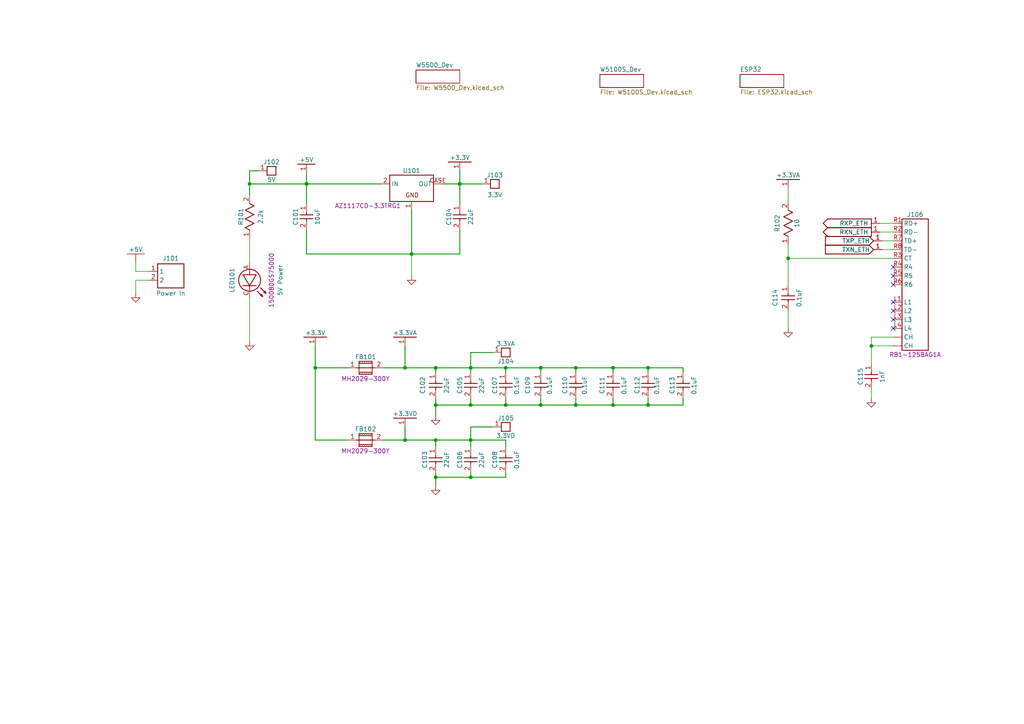
<source format=kicad_sch>
(kicad_sch
	(version 20231120)
	(generator "eeschema")
	(generator_version "8.0")
	(uuid "79118fbd-6cbf-48b1-af39-9f7b00f17642")
	(paper "A4")
	(lib_symbols
		(symbol "LED_Controller_Hardware-eagle-import:+3.3V"
			(power)
			(exclude_from_sim no)
			(in_bom yes)
			(on_board yes)
			(property "Reference" "#NetPort"
				(at 0 0 0)
				(effects
					(font
						(size 1.27 1.27)
					)
					(hide yes)
				)
			)
			(property "Value" ""
				(at 0 0 0)
				(effects
					(font
						(size 1.27 1.27)
					)
					(hide yes)
				)
			)
			(property "Footprint" ""
				(at 0 0 0)
				(effects
					(font
						(size 1.27 1.27)
					)
					(hide yes)
				)
			)
			(property "Datasheet" ""
				(at 0 0 0)
				(effects
					(font
						(size 1.27 1.27)
					)
					(hide yes)
				)
			)
			(property "Description" ""
				(at 0 0 0)
				(effects
					(font
						(size 1.27 1.27)
					)
					(hide yes)
				)
			)
			(property "ki_locked" ""
				(at 0 0 0)
				(effects
					(font
						(size 1.27 1.27)
					)
				)
			)
			(symbol "+3.3V_1_0"
				(polyline
					(pts
						(xy -3.334 3.81) (xy 3.334 3.81)
					)
					(stroke
						(width 0.25)
						(type solid)
					)
					(fill
						(type none)
					)
				)
				(pin power_in line
					(at 0 1.27 90)
					(length 2.54)
					(name "+3.3V"
						(effects
							(font
								(size 0 0)
							)
						)
					)
					(number "1"
						(effects
							(font
								(size 1.27 1.27)
							)
						)
					)
				)
			)
		)
		(symbol "LED_Controller_Hardware-eagle-import:+3.3VA"
			(power)
			(exclude_from_sim no)
			(in_bom yes)
			(on_board yes)
			(property "Reference" "#NetPort"
				(at 0 0 0)
				(effects
					(font
						(size 1.27 1.27)
					)
					(hide yes)
				)
			)
			(property "Value" ""
				(at 0 0 0)
				(effects
					(font
						(size 1.27 1.27)
					)
					(hide yes)
				)
			)
			(property "Footprint" ""
				(at 0 0 0)
				(effects
					(font
						(size 1.27 1.27)
					)
					(hide yes)
				)
			)
			(property "Datasheet" ""
				(at 0 0 0)
				(effects
					(font
						(size 1.27 1.27)
					)
					(hide yes)
				)
			)
			(property "Description" ""
				(at 0 0 0)
				(effects
					(font
						(size 1.27 1.27)
					)
					(hide yes)
				)
			)
			(property "ki_locked" ""
				(at 0 0 0)
				(effects
					(font
						(size 1.27 1.27)
					)
				)
			)
			(symbol "+3.3VA_1_0"
				(polyline
					(pts
						(xy -3.334 3.81) (xy 3.334 3.81)
					)
					(stroke
						(width 0.25)
						(type solid)
					)
					(fill
						(type none)
					)
				)
				(pin power_in line
					(at 0 1.27 90)
					(length 2.54)
					(name "+3.3V"
						(effects
							(font
								(size 0 0)
							)
						)
					)
					(number "1"
						(effects
							(font
								(size 1.27 1.27)
							)
						)
					)
				)
			)
		)
		(symbol "LED_Controller_Hardware-eagle-import:+3.3VD"
			(power)
			(exclude_from_sim no)
			(in_bom yes)
			(on_board yes)
			(property "Reference" "#NetPort"
				(at 0 0 0)
				(effects
					(font
						(size 1.27 1.27)
					)
					(hide yes)
				)
			)
			(property "Value" ""
				(at 0 0 0)
				(effects
					(font
						(size 1.27 1.27)
					)
					(hide yes)
				)
			)
			(property "Footprint" ""
				(at 0 0 0)
				(effects
					(font
						(size 1.27 1.27)
					)
					(hide yes)
				)
			)
			(property "Datasheet" ""
				(at 0 0 0)
				(effects
					(font
						(size 1.27 1.27)
					)
					(hide yes)
				)
			)
			(property "Description" ""
				(at 0 0 0)
				(effects
					(font
						(size 1.27 1.27)
					)
					(hide yes)
				)
			)
			(property "ki_locked" ""
				(at 0 0 0)
				(effects
					(font
						(size 1.27 1.27)
					)
				)
			)
			(symbol "+3.3VD_1_0"
				(polyline
					(pts
						(xy -3.334 3.81) (xy 3.334 3.81)
					)
					(stroke
						(width 0.25)
						(type solid)
					)
					(fill
						(type none)
					)
				)
				(pin power_in line
					(at 0 1.27 90)
					(length 2.54)
					(name "+3.3V"
						(effects
							(font
								(size 0 0)
							)
						)
					)
					(number "1"
						(effects
							(font
								(size 1.27 1.27)
							)
						)
					)
				)
			)
		)
		(symbol "LED_Controller_Hardware-eagle-import:+5V"
			(power)
			(exclude_from_sim no)
			(in_bom yes)
			(on_board yes)
			(property "Reference" "#NetPort"
				(at 0 0 0)
				(effects
					(font
						(size 1.27 1.27)
					)
					(hide yes)
				)
			)
			(property "Value" ""
				(at 0 0 0)
				(effects
					(font
						(size 1.27 1.27)
					)
					(hide yes)
				)
			)
			(property "Footprint" ""
				(at 0 0 0)
				(effects
					(font
						(size 1.27 1.27)
					)
					(hide yes)
				)
			)
			(property "Datasheet" ""
				(at 0 0 0)
				(effects
					(font
						(size 1.27 1.27)
					)
					(hide yes)
				)
			)
			(property "Description" ""
				(at 0 0 0)
				(effects
					(font
						(size 1.27 1.27)
					)
					(hide yes)
				)
			)
			(property "ki_locked" ""
				(at 0 0 0)
				(effects
					(font
						(size 1.27 1.27)
					)
				)
			)
			(symbol "+5V_1_0"
				(polyline
					(pts
						(xy -2.54 3.81) (xy 2.54 3.81)
					)
					(stroke
						(width 0.25)
						(type solid)
					)
					(fill
						(type none)
					)
				)
				(pin power_in line
					(at 0 1.27 90)
					(length 2.54)
					(name "+5V"
						(effects
							(font
								(size 0 0)
							)
						)
					)
					(number "1"
						(effects
							(font
								(size 1.27 1.27)
							)
						)
					)
				)
			)
		)
		(symbol "LED_Controller_Hardware-eagle-import:3.3V"
			(exclude_from_sim no)
			(in_bom yes)
			(on_board yes)
			(property "Reference" "J"
				(at 0 0 0)
				(effects
					(font
						(size 1.27 1.27)
					)
					(hide yes)
				)
			)
			(property "Value" ""
				(at 0 0 0)
				(effects
					(font
						(size 1.27 1.27)
					)
					(hide yes)
				)
			)
			(property "Footprint" "LED_Controller_Hardware:PAD_0.0638"
				(at 0 0 0)
				(effects
					(font
						(size 1.27 1.27)
					)
					(hide yes)
				)
			)
			(property "Datasheet" ""
				(at 0 0 0)
				(effects
					(font
						(size 1.27 1.27)
					)
					(hide yes)
				)
			)
			(property "Description" ""
				(at 0 0 0)
				(effects
					(font
						(size 1.27 1.27)
					)
					(hide yes)
				)
			)
			(property "ki_locked" ""
				(at 0 0 0)
				(effects
					(font
						(size 1.27 1.27)
					)
				)
			)
			(symbol "3.3V_1_0"
				(polyline
					(pts
						(xy -1.27 -1.27) (xy -1.27 1.27)
					)
					(stroke
						(width 0.25)
						(type solid)
					)
					(fill
						(type none)
					)
				)
				(polyline
					(pts
						(xy -1.27 1.27) (xy 1.27 1.27)
					)
					(stroke
						(width 0.25)
						(type solid)
					)
					(fill
						(type none)
					)
				)
				(polyline
					(pts
						(xy 1.27 -1.27) (xy -1.27 -1.27)
					)
					(stroke
						(width 0.25)
						(type solid)
					)
					(fill
						(type none)
					)
				)
				(polyline
					(pts
						(xy 1.27 1.27) (xy 1.27 -1.27)
					)
					(stroke
						(width 0.25)
						(type solid)
					)
					(fill
						(type none)
					)
				)
				(pin passive line
					(at -3.81 0 0)
					(length 2.54)
					(name "1"
						(effects
							(font
								(size 0 0)
							)
						)
					)
					(number "1"
						(effects
							(font
								(size 1.27 1.27)
							)
						)
					)
				)
			)
		)
		(symbol "LED_Controller_Hardware-eagle-import:3.3VA"
			(exclude_from_sim no)
			(in_bom yes)
			(on_board yes)
			(property "Reference" "J"
				(at 0 0 0)
				(effects
					(font
						(size 1.27 1.27)
					)
					(hide yes)
				)
			)
			(property "Value" ""
				(at 0 0 0)
				(effects
					(font
						(size 1.27 1.27)
					)
					(hide yes)
				)
			)
			(property "Footprint" "LED_Controller_Hardware:PAD_0.0638"
				(at 0 0 0)
				(effects
					(font
						(size 1.27 1.27)
					)
					(hide yes)
				)
			)
			(property "Datasheet" ""
				(at 0 0 0)
				(effects
					(font
						(size 1.27 1.27)
					)
					(hide yes)
				)
			)
			(property "Description" ""
				(at 0 0 0)
				(effects
					(font
						(size 1.27 1.27)
					)
					(hide yes)
				)
			)
			(property "ki_locked" ""
				(at 0 0 0)
				(effects
					(font
						(size 1.27 1.27)
					)
				)
			)
			(symbol "3.3VA_1_0"
				(polyline
					(pts
						(xy -1.27 -1.27) (xy -1.27 1.27)
					)
					(stroke
						(width 0.25)
						(type solid)
					)
					(fill
						(type none)
					)
				)
				(polyline
					(pts
						(xy -1.27 1.27) (xy 1.27 1.27)
					)
					(stroke
						(width 0.25)
						(type solid)
					)
					(fill
						(type none)
					)
				)
				(polyline
					(pts
						(xy 1.27 -1.27) (xy -1.27 -1.27)
					)
					(stroke
						(width 0.25)
						(type solid)
					)
					(fill
						(type none)
					)
				)
				(polyline
					(pts
						(xy 1.27 1.27) (xy 1.27 -1.27)
					)
					(stroke
						(width 0.25)
						(type solid)
					)
					(fill
						(type none)
					)
				)
				(pin passive line
					(at -3.81 0 0)
					(length 2.54)
					(name "1"
						(effects
							(font
								(size 0 0)
							)
						)
					)
					(number "1"
						(effects
							(font
								(size 1.27 1.27)
							)
						)
					)
				)
			)
		)
		(symbol "LED_Controller_Hardware-eagle-import:3.3VD"
			(exclude_from_sim no)
			(in_bom yes)
			(on_board yes)
			(property "Reference" "J"
				(at 0 0 0)
				(effects
					(font
						(size 1.27 1.27)
					)
					(hide yes)
				)
			)
			(property "Value" ""
				(at 0 0 0)
				(effects
					(font
						(size 1.27 1.27)
					)
					(hide yes)
				)
			)
			(property "Footprint" "LED_Controller_Hardware:PAD_0.0638"
				(at 0 0 0)
				(effects
					(font
						(size 1.27 1.27)
					)
					(hide yes)
				)
			)
			(property "Datasheet" ""
				(at 0 0 0)
				(effects
					(font
						(size 1.27 1.27)
					)
					(hide yes)
				)
			)
			(property "Description" ""
				(at 0 0 0)
				(effects
					(font
						(size 1.27 1.27)
					)
					(hide yes)
				)
			)
			(property "ki_locked" ""
				(at 0 0 0)
				(effects
					(font
						(size 1.27 1.27)
					)
				)
			)
			(symbol "3.3VD_1_0"
				(polyline
					(pts
						(xy -1.27 -1.27) (xy -1.27 1.27)
					)
					(stroke
						(width 0.25)
						(type solid)
					)
					(fill
						(type none)
					)
				)
				(polyline
					(pts
						(xy -1.27 1.27) (xy 1.27 1.27)
					)
					(stroke
						(width 0.25)
						(type solid)
					)
					(fill
						(type none)
					)
				)
				(polyline
					(pts
						(xy 1.27 -1.27) (xy -1.27 -1.27)
					)
					(stroke
						(width 0.25)
						(type solid)
					)
					(fill
						(type none)
					)
				)
				(polyline
					(pts
						(xy 1.27 1.27) (xy 1.27 -1.27)
					)
					(stroke
						(width 0.25)
						(type solid)
					)
					(fill
						(type none)
					)
				)
				(pin passive line
					(at -3.81 0 0)
					(length 2.54)
					(name "1"
						(effects
							(font
								(size 0 0)
							)
						)
					)
					(number "1"
						(effects
							(font
								(size 1.27 1.27)
							)
						)
					)
				)
			)
		)
		(symbol "LED_Controller_Hardware-eagle-import:5V"
			(exclude_from_sim no)
			(in_bom yes)
			(on_board yes)
			(property "Reference" "J"
				(at 0 0 0)
				(effects
					(font
						(size 1.27 1.27)
					)
					(hide yes)
				)
			)
			(property "Value" ""
				(at 0 0 0)
				(effects
					(font
						(size 1.27 1.27)
					)
					(hide yes)
				)
			)
			(property "Footprint" "LED_Controller_Hardware:PAD_0.0638"
				(at 0 0 0)
				(effects
					(font
						(size 1.27 1.27)
					)
					(hide yes)
				)
			)
			(property "Datasheet" ""
				(at 0 0 0)
				(effects
					(font
						(size 1.27 1.27)
					)
					(hide yes)
				)
			)
			(property "Description" ""
				(at 0 0 0)
				(effects
					(font
						(size 1.27 1.27)
					)
					(hide yes)
				)
			)
			(property "ki_locked" ""
				(at 0 0 0)
				(effects
					(font
						(size 1.27 1.27)
					)
				)
			)
			(symbol "5V_1_0"
				(polyline
					(pts
						(xy -1.27 -1.27) (xy -1.27 1.27)
					)
					(stroke
						(width 0.25)
						(type solid)
					)
					(fill
						(type none)
					)
				)
				(polyline
					(pts
						(xy -1.27 1.27) (xy 1.27 1.27)
					)
					(stroke
						(width 0.25)
						(type solid)
					)
					(fill
						(type none)
					)
				)
				(polyline
					(pts
						(xy 1.27 -1.27) (xy -1.27 -1.27)
					)
					(stroke
						(width 0.25)
						(type solid)
					)
					(fill
						(type none)
					)
				)
				(polyline
					(pts
						(xy 1.27 1.27) (xy 1.27 -1.27)
					)
					(stroke
						(width 0.25)
						(type solid)
					)
					(fill
						(type none)
					)
				)
				(pin passive line
					(at -3.81 0 0)
					(length 2.54)
					(name "1"
						(effects
							(font
								(size 0 0)
							)
						)
					)
					(number "1"
						(effects
							(font
								(size 1.27 1.27)
							)
						)
					)
				)
			)
		)
		(symbol "LED_Controller_Hardware-eagle-import:AZ1117"
			(exclude_from_sim no)
			(in_bom yes)
			(on_board yes)
			(property "Reference" "U"
				(at 0 0 0)
				(effects
					(font
						(size 1.27 1.27)
					)
					(hide yes)
				)
			)
			(property "Value" ""
				(at 0 0 0)
				(effects
					(font
						(size 1.27 1.27)
					)
					(hide yes)
				)
			)
			(property "Footprint" "LED_Controller_Hardware:TO252-3_(D-PAK)"
				(at 0 0 0)
				(effects
					(font
						(size 1.27 1.27)
					)
					(hide yes)
				)
			)
			(property "Datasheet" ""
				(at 0 0 0)
				(effects
					(font
						(size 1.27 1.27)
					)
					(hide yes)
				)
			)
			(property "Description" ""
				(at 0 0 0)
				(effects
					(font
						(size 1.27 1.27)
					)
					(hide yes)
				)
			)
			(property "ki_locked" ""
				(at 0 0 0)
				(effects
					(font
						(size 1.27 1.27)
					)
				)
			)
			(symbol "AZ1117_1_0"
				(polyline
					(pts
						(xy -6.35 -3.81) (xy -6.35 3.81)
					)
					(stroke
						(width 0.25)
						(type solid)
					)
					(fill
						(type none)
					)
				)
				(polyline
					(pts
						(xy -6.35 -3.81) (xy 6.35 -3.81)
					)
					(stroke
						(width 0.25)
						(type solid)
					)
					(fill
						(type none)
					)
				)
				(polyline
					(pts
						(xy -6.35 3.81) (xy 6.35 3.81)
					)
					(stroke
						(width 0.25)
						(type solid)
					)
					(fill
						(type none)
					)
				)
				(polyline
					(pts
						(xy 6.35 3.81) (xy 6.35 -3.81)
					)
					(stroke
						(width 0.25)
						(type solid)
					)
					(fill
						(type none)
					)
				)
				(text "GND"
					(at -1.829 -1.259 0)
					(effects
						(font
							(size 1.233 1.233)
						)
						(justify left top)
					)
				)
				(pin power_in line
					(at 0 -6.35 90)
					(length 2.54)
					(name "GND"
						(effects
							(font
								(size 0 0)
							)
						)
					)
					(number "1"
						(effects
							(font
								(size 1.27 1.27)
							)
						)
					)
				)
				(pin power_in line
					(at -8.89 1.27 0)
					(length 2.54)
					(name "IN"
						(effects
							(font
								(size 1.27 1.27)
							)
						)
					)
					(number "2"
						(effects
							(font
								(size 1.27 1.27)
							)
						)
					)
				)
				(pin power_in line
					(at 8.89 1.27 180)
					(length 2.54)
					(name "OUT"
						(effects
							(font
								(size 1.27 1.27)
							)
						)
					)
					(number "CASE"
						(effects
							(font
								(size 1.27 1.27)
							)
						)
					)
				)
			)
		)
		(symbol "LED_Controller_Hardware-eagle-import:CAP-0603"
			(exclude_from_sim no)
			(in_bom yes)
			(on_board yes)
			(property "Reference" "C"
				(at 0 0 0)
				(effects
					(font
						(size 1.27 1.27)
					)
					(hide yes)
				)
			)
			(property "Value" ""
				(at 0 0 0)
				(effects
					(font
						(size 1.27 1.27)
					)
					(hide yes)
				)
			)
			(property "Footprint" "LED_Controller_Hardware:0603"
				(at 0 0 0)
				(effects
					(font
						(size 1.27 1.27)
					)
					(hide yes)
				)
			)
			(property "Datasheet" ""
				(at 0 0 0)
				(effects
					(font
						(size 1.27 1.27)
					)
					(hide yes)
				)
			)
			(property "Description" ""
				(at 0 0 0)
				(effects
					(font
						(size 1.27 1.27)
					)
					(hide yes)
				)
			)
			(property "ki_locked" ""
				(at 0 0 0)
				(effects
					(font
						(size 1.27 1.27)
					)
				)
			)
			(symbol "CAP-0603_1_0"
				(polyline
					(pts
						(xy -1.905 -0.552) (xy 1.905 -0.552)
					)
					(stroke
						(width 0.25)
						(type solid)
					)
					(fill
						(type none)
					)
				)
				(polyline
					(pts
						(xy -1.905 0.559) (xy 1.905 0.559)
					)
					(stroke
						(width 0.25)
						(type solid)
					)
					(fill
						(type none)
					)
				)
				(polyline
					(pts
						(xy 0 -0.61) (xy 0 -1.276)
					)
					(stroke
						(width 0.25)
						(type solid)
					)
					(fill
						(type none)
					)
				)
				(polyline
					(pts
						(xy 0 1.245) (xy 0 0.61)
					)
					(stroke
						(width 0.25)
						(type solid)
					)
					(fill
						(type none)
					)
				)
				(pin passive line
					(at 0 3.81 270)
					(length 2.54)
					(name "1"
						(effects
							(font
								(size 0 0)
							)
						)
					)
					(number "1"
						(effects
							(font
								(size 1.27 1.27)
							)
						)
					)
				)
				(pin passive line
					(at 0 -3.81 90)
					(length 2.54)
					(name "2"
						(effects
							(font
								(size 0 0)
							)
						)
					)
					(number "2"
						(effects
							(font
								(size 1.27 1.27)
							)
						)
					)
				)
			)
		)
		(symbol "LED_Controller_Hardware-eagle-import:CAP-1206"
			(exclude_from_sim no)
			(in_bom yes)
			(on_board yes)
			(property "Reference" "C"
				(at 0 0 0)
				(effects
					(font
						(size 1.27 1.27)
					)
					(hide yes)
				)
			)
			(property "Value" ""
				(at 0 0 0)
				(effects
					(font
						(size 1.27 1.27)
					)
					(hide yes)
				)
			)
			(property "Footprint" "LED_Controller_Hardware:1206"
				(at 0 0 0)
				(effects
					(font
						(size 1.27 1.27)
					)
					(hide yes)
				)
			)
			(property "Datasheet" ""
				(at 0 0 0)
				(effects
					(font
						(size 1.27 1.27)
					)
					(hide yes)
				)
			)
			(property "Description" ""
				(at 0 0 0)
				(effects
					(font
						(size 1.27 1.27)
					)
					(hide yes)
				)
			)
			(property "ki_locked" ""
				(at 0 0 0)
				(effects
					(font
						(size 1.27 1.27)
					)
				)
			)
			(symbol "CAP-1206_1_0"
				(polyline
					(pts
						(xy -1.905 -0.552) (xy 1.905 -0.552)
					)
					(stroke
						(width 0.25)
						(type solid)
					)
					(fill
						(type none)
					)
				)
				(polyline
					(pts
						(xy -1.905 0.559) (xy 1.905 0.559)
					)
					(stroke
						(width 0.25)
						(type solid)
					)
					(fill
						(type none)
					)
				)
				(polyline
					(pts
						(xy 0 -0.61) (xy 0 -1.276)
					)
					(stroke
						(width 0.25)
						(type solid)
					)
					(fill
						(type none)
					)
				)
				(polyline
					(pts
						(xy 0 1.245) (xy 0 0.61)
					)
					(stroke
						(width 0.25)
						(type solid)
					)
					(fill
						(type none)
					)
				)
				(pin passive line
					(at 0 3.81 270)
					(length 2.54)
					(name "1"
						(effects
							(font
								(size 0 0)
							)
						)
					)
					(number "1"
						(effects
							(font
								(size 1.27 1.27)
							)
						)
					)
				)
				(pin passive line
					(at 0 -3.81 90)
					(length 2.54)
					(name "2"
						(effects
							(font
								(size 0 0)
							)
						)
					)
					(number "2"
						(effects
							(font
								(size 1.27 1.27)
							)
						)
					)
				)
			)
		)
		(symbol "LED_Controller_Hardware-eagle-import:ETH_EN"
			(power)
			(exclude_from_sim no)
			(in_bom yes)
			(on_board yes)
			(property "Reference" "#NetPort"
				(at 0 0 0)
				(effects
					(font
						(size 1.27 1.27)
					)
					(hide yes)
				)
			)
			(property "Value" ""
				(at 0 0 0)
				(effects
					(font
						(size 1.27 1.27)
					)
					(hide yes)
				)
			)
			(property "Footprint" ""
				(at 0 0 0)
				(effects
					(font
						(size 1.27 1.27)
					)
					(hide yes)
				)
			)
			(property "Datasheet" ""
				(at 0 0 0)
				(effects
					(font
						(size 1.27 1.27)
					)
					(hide yes)
				)
			)
			(property "Description" ""
				(at 0 0 0)
				(effects
					(font
						(size 1.27 1.27)
					)
					(hide yes)
				)
			)
			(property "ki_locked" ""
				(at 0 0 0)
				(effects
					(font
						(size 1.27 1.27)
					)
				)
			)
			(symbol "ETH_EN_1_0"
				(polyline
					(pts
						(xy 0 0) (xy 1.27 -1.27)
					)
					(stroke
						(width 0.25)
						(type solid)
					)
					(fill
						(type none)
					)
				)
				(polyline
					(pts
						(xy 0 0) (xy 1.27 1.27)
					)
					(stroke
						(width 0.25)
						(type solid)
					)
					(fill
						(type none)
					)
				)
				(polyline
					(pts
						(xy 1.27 -1.27) (xy 13.97 -1.27)
					)
					(stroke
						(width 0.25)
						(type solid)
					)
					(fill
						(type none)
					)
				)
				(polyline
					(pts
						(xy 1.27 1.27) (xy 13.97 1.27)
					)
					(stroke
						(width 0.25)
						(type solid)
					)
					(fill
						(type none)
					)
				)
				(polyline
					(pts
						(xy 13.97 -1.27) (xy 13.97 1.27)
					)
					(stroke
						(width 0.25)
						(type solid)
					)
					(fill
						(type none)
					)
				)
				(pin power_in line
					(at -2.54 0 0)
					(length 2.54)
					(name "1"
						(effects
							(font
								(size 0 0)
							)
						)
					)
					(number "1"
						(effects
							(font
								(size 1.27 1.27)
							)
						)
					)
				)
			)
		)
		(symbol "LED_Controller_Hardware-eagle-import:ETH_EN_169"
			(power)
			(exclude_from_sim no)
			(in_bom yes)
			(on_board yes)
			(property "Reference" "#NetPort"
				(at 0 0 0)
				(effects
					(font
						(size 1.27 1.27)
					)
					(hide yes)
				)
			)
			(property "Value" ""
				(at 0 0 0)
				(effects
					(font
						(size 1.27 1.27)
					)
					(hide yes)
				)
			)
			(property "Footprint" ""
				(at 0 0 0)
				(effects
					(font
						(size 1.27 1.27)
					)
					(hide yes)
				)
			)
			(property "Datasheet" ""
				(at 0 0 0)
				(effects
					(font
						(size 1.27 1.27)
					)
					(hide yes)
				)
			)
			(property "Description" ""
				(at 0 0 0)
				(effects
					(font
						(size 1.27 1.27)
					)
					(hide yes)
				)
			)
			(property "ki_locked" ""
				(at 0 0 0)
				(effects
					(font
						(size 1.27 1.27)
					)
				)
			)
			(symbol "ETH_EN_169_1_0"
				(polyline
					(pts
						(xy 0 -1.27) (xy 0 1.27)
					)
					(stroke
						(width 0.25)
						(type solid)
					)
					(fill
						(type none)
					)
				)
				(polyline
					(pts
						(xy 0 -1.27) (xy 12.7 -1.27)
					)
					(stroke
						(width 0.25)
						(type solid)
					)
					(fill
						(type none)
					)
				)
				(polyline
					(pts
						(xy 0 1.27) (xy 12.7 1.27)
					)
					(stroke
						(width 0.25)
						(type solid)
					)
					(fill
						(type none)
					)
				)
				(polyline
					(pts
						(xy 12.7 -1.27) (xy 13.97 0)
					)
					(stroke
						(width 0.25)
						(type solid)
					)
					(fill
						(type none)
					)
				)
				(polyline
					(pts
						(xy 12.7 1.27) (xy 13.97 0)
					)
					(stroke
						(width 0.25)
						(type solid)
					)
					(fill
						(type none)
					)
				)
				(pin power_in line
					(at -2.54 0 0)
					(length 2.54)
					(name "1"
						(effects
							(font
								(size 0 0)
							)
						)
					)
					(number "1"
						(effects
							(font
								(size 1.27 1.27)
							)
						)
					)
				)
			)
		)
		(symbol "LED_Controller_Hardware-eagle-import:GREEN,_CLEAR_(0805)"
			(exclude_from_sim no)
			(in_bom yes)
			(on_board yes)
			(property "Reference" "LED"
				(at 0 0 0)
				(effects
					(font
						(size 1.27 1.27)
					)
					(hide yes)
				)
			)
			(property "Value" ""
				(at 0 0 0)
				(effects
					(font
						(size 1.27 1.27)
					)
					(hide yes)
				)
			)
			(property "Footprint" "LED_Controller_Hardware:0805-D_(WIDE)"
				(at 0 0 0)
				(effects
					(font
						(size 1.27 1.27)
					)
					(hide yes)
				)
			)
			(property "Datasheet" ""
				(at 0 0 0)
				(effects
					(font
						(size 1.27 1.27)
					)
					(hide yes)
				)
			)
			(property "Description" ""
				(at 0 0 0)
				(effects
					(font
						(size 1.27 1.27)
					)
					(hide yes)
				)
			)
			(property "ki_locked" ""
				(at 0 0 0)
				(effects
					(font
						(size 1.27 1.27)
					)
				)
			)
			(symbol "GREEN,_CLEAR_(0805)_1_0"
				(polyline
					(pts
						(xy -2.534 0.006) (xy -1.594 0.006)
					)
					(stroke
						(width 0.25)
						(type solid)
					)
					(fill
						(type none)
					)
				)
				(polyline
					(pts
						(xy -1.594 -1.899) (xy 1.581 0.006)
					)
					(stroke
						(width 0.25)
						(type solid)
					)
					(fill
						(type none)
					)
				)
				(polyline
					(pts
						(xy -1.594 1.911) (xy -1.594 -1.899)
					)
					(stroke
						(width 0.25)
						(type solid)
					)
					(fill
						(type none)
					)
				)
				(polyline
					(pts
						(xy 1.581 -1.899) (xy 1.581 1.911)
					)
					(stroke
						(width 0.25)
						(type solid)
					)
					(fill
						(type none)
					)
				)
				(polyline
					(pts
						(xy 1.581 0.006) (xy -1.594 1.911)
					)
					(stroke
						(width 0.25)
						(type solid)
					)
					(fill
						(type none)
					)
				)
				(polyline
					(pts
						(xy 1.581 0.006) (xy 2.546 0.006)
					)
					(stroke
						(width 0.25)
						(type solid)
					)
					(fill
						(type none)
					)
				)
				(polyline
					(pts
						(xy 2.216 3.181) (xy 3.816 4.756)
					)
					(stroke
						(width 0.25)
						(type solid)
					)
					(fill
						(type none)
					)
				)
				(polyline
					(pts
						(xy 3.181 2.216) (xy 4.756 3.816)
					)
					(stroke
						(width 0.25)
						(type solid)
					)
					(fill
						(type none)
					)
				)
				(polyline
					(pts
						(xy 3.181 4.451) (xy 3.486 4.121)
					)
					(stroke
						(width 0.25)
						(type solid)
					)
					(fill
						(type none)
					)
				)
				(polyline
					(pts
						(xy 3.486 4.121) (xy 3.816 4.756)
					)
					(stroke
						(width 0.25)
						(type solid)
					)
					(fill
						(type none)
					)
				)
				(polyline
					(pts
						(xy 3.816 4.756) (xy 3.181 4.451)
					)
					(stroke
						(width 0.25)
						(type solid)
					)
					(fill
						(type none)
					)
				)
				(polyline
					(pts
						(xy 4.121 3.486) (xy 4.451 3.181)
					)
					(stroke
						(width 0.25)
						(type solid)
					)
					(fill
						(type none)
					)
				)
				(polyline
					(pts
						(xy 4.451 3.181) (xy 4.756 3.816)
					)
					(stroke
						(width 0.25)
						(type solid)
					)
					(fill
						(type none)
					)
				)
				(polyline
					(pts
						(xy 4.756 3.816) (xy 4.121 3.486)
					)
					(stroke
						(width 0.25)
						(type solid)
					)
					(fill
						(type none)
					)
				)
				(circle
					(center 0.006 0.006)
					(radius 3.175)
					(stroke
						(width 0.254)
						(type solid)
					)
					(fill
						(type none)
					)
				)
				(pin passive line
					(at -5.074 0.006 0)
					(length 2.54)
					(name "A"
						(effects
							(font
								(size 0 0)
							)
						)
					)
					(number "A"
						(effects
							(font
								(size 1.27 1.27)
							)
						)
					)
				)
				(pin passive line
					(at 5.086 0.006 180)
					(length 2.54)
					(name "C"
						(effects
							(font
								(size 0 0)
							)
						)
					)
					(number "C"
						(effects
							(font
								(size 1.27 1.27)
							)
						)
					)
				)
			)
		)
		(symbol "LED_Controller_Hardware-eagle-import:MH2029-300Y"
			(exclude_from_sim no)
			(in_bom yes)
			(on_board yes)
			(property "Reference" "FB"
				(at 0 0 0)
				(effects
					(font
						(size 1.27 1.27)
					)
					(hide yes)
				)
			)
			(property "Value" ""
				(at 0 0 0)
				(effects
					(font
						(size 1.27 1.27)
					)
					(hide yes)
				)
			)
			(property "Footprint" "LED_Controller_Hardware:0805_(WIDE)"
				(at 0 0 0)
				(effects
					(font
						(size 1.27 1.27)
					)
					(hide yes)
				)
			)
			(property "Datasheet" ""
				(at 0 0 0)
				(effects
					(font
						(size 1.27 1.27)
					)
					(hide yes)
				)
			)
			(property "Description" ""
				(at 0 0 0)
				(effects
					(font
						(size 1.27 1.27)
					)
					(hide yes)
				)
			)
			(property "ki_locked" ""
				(at 0 0 0)
				(effects
					(font
						(size 1.27 1.27)
					)
				)
			)
			(symbol "MH2029-300Y_1_0"
				(polyline
					(pts
						(xy -2.54 0) (xy 2.54 0)
					)
					(stroke
						(width 0.25)
						(type solid)
					)
					(fill
						(type none)
					)
				)
				(polyline
					(pts
						(xy -1.905 -1.905) (xy -1.905 1.905)
					)
					(stroke
						(width 0.203)
						(type solid)
					)
					(fill
						(type none)
					)
				)
				(polyline
					(pts
						(xy -1.905 -1.905) (xy -1.27 -1.27)
					)
					(stroke
						(width 0.127)
						(type solid)
					)
					(fill
						(type none)
					)
				)
				(polyline
					(pts
						(xy -1.905 -1.27) (xy 1.905 -1.27)
					)
					(stroke
						(width 0.203)
						(type solid)
					)
					(fill
						(type none)
					)
				)
				(polyline
					(pts
						(xy -1.905 1.27) (xy -1.27 1.905)
					)
					(stroke
						(width 0.127)
						(type solid)
					)
					(fill
						(type none)
					)
				)
				(polyline
					(pts
						(xy -1.905 1.27) (xy 1.905 1.27)
					)
					(stroke
						(width 0.203)
						(type solid)
					)
					(fill
						(type none)
					)
				)
				(polyline
					(pts
						(xy -1.905 1.905) (xy 1.905 1.905)
					)
					(stroke
						(width 0.203)
						(type solid)
					)
					(fill
						(type none)
					)
				)
				(polyline
					(pts
						(xy -1.27 -1.905) (xy -0.635 -1.27)
					)
					(stroke
						(width 0.127)
						(type solid)
					)
					(fill
						(type none)
					)
				)
				(polyline
					(pts
						(xy -1.27 1.27) (xy -0.635 1.905)
					)
					(stroke
						(width 0.127)
						(type solid)
					)
					(fill
						(type none)
					)
				)
				(polyline
					(pts
						(xy -0.635 -1.905) (xy 0 -1.27)
					)
					(stroke
						(width 0.127)
						(type solid)
					)
					(fill
						(type none)
					)
				)
				(polyline
					(pts
						(xy -0.635 1.27) (xy 0 1.905)
					)
					(stroke
						(width 0.127)
						(type solid)
					)
					(fill
						(type none)
					)
				)
				(polyline
					(pts
						(xy 0 -1.905) (xy 0.635 -1.27)
					)
					(stroke
						(width 0.127)
						(type solid)
					)
					(fill
						(type none)
					)
				)
				(polyline
					(pts
						(xy 0 1.27) (xy 0.635 1.905)
					)
					(stroke
						(width 0.127)
						(type solid)
					)
					(fill
						(type none)
					)
				)
				(polyline
					(pts
						(xy 0.635 -1.905) (xy 1.27 -1.27)
					)
					(stroke
						(width 0.127)
						(type solid)
					)
					(fill
						(type none)
					)
				)
				(polyline
					(pts
						(xy 0.635 1.27) (xy 1.27 1.905)
					)
					(stroke
						(width 0.127)
						(type solid)
					)
					(fill
						(type none)
					)
				)
				(polyline
					(pts
						(xy 1.27 -1.905) (xy 1.905 -1.27)
					)
					(stroke
						(width 0.127)
						(type solid)
					)
					(fill
						(type none)
					)
				)
				(polyline
					(pts
						(xy 1.27 1.27) (xy 1.905 1.905)
					)
					(stroke
						(width 0.127)
						(type solid)
					)
					(fill
						(type none)
					)
				)
				(polyline
					(pts
						(xy 1.905 -1.905) (xy -1.905 -1.905)
					)
					(stroke
						(width 0.203)
						(type solid)
					)
					(fill
						(type none)
					)
				)
				(polyline
					(pts
						(xy 1.905 1.905) (xy 1.905 -1.905)
					)
					(stroke
						(width 0.203)
						(type solid)
					)
					(fill
						(type none)
					)
				)
				(pin passive line
					(at -5.08 0 0)
					(length 2.54)
					(name "1"
						(effects
							(font
								(size 0 0)
							)
						)
					)
					(number "1"
						(effects
							(font
								(size 1.27 1.27)
							)
						)
					)
				)
				(pin passive line
					(at 5.08 0 180)
					(length 2.54)
					(name "2"
						(effects
							(font
								(size 0 0)
							)
						)
					)
					(number "2"
						(effects
							(font
								(size 1.27 1.27)
							)
						)
					)
				)
			)
		)
		(symbol "LED_Controller_Hardware-eagle-import:RES-0603"
			(exclude_from_sim no)
			(in_bom yes)
			(on_board yes)
			(property "Reference" "R"
				(at 0 0 0)
				(effects
					(font
						(size 1.27 1.27)
					)
					(hide yes)
				)
			)
			(property "Value" ""
				(at 0 0 0)
				(effects
					(font
						(size 1.27 1.27)
					)
					(hide yes)
				)
			)
			(property "Footprint" "LED_Controller_Hardware:0603_(WIDE)"
				(at 0 0 0)
				(effects
					(font
						(size 1.27 1.27)
					)
					(hide yes)
				)
			)
			(property "Datasheet" ""
				(at 0 0 0)
				(effects
					(font
						(size 1.27 1.27)
					)
					(hide yes)
				)
			)
			(property "Description" ""
				(at 0 0 0)
				(effects
					(font
						(size 1.27 1.27)
					)
					(hide yes)
				)
			)
			(property "ki_locked" ""
				(at 0 0 0)
				(effects
					(font
						(size 1.27 1.27)
					)
				)
			)
			(symbol "RES-0603_1_0"
				(polyline
					(pts
						(xy -3.81 0) (xy -3.175 1.27)
					)
					(stroke
						(width 0.25)
						(type solid)
					)
					(fill
						(type none)
					)
				)
				(polyline
					(pts
						(xy -3.175 1.27) (xy -1.905 -1.27)
					)
					(stroke
						(width 0.25)
						(type solid)
					)
					(fill
						(type none)
					)
				)
				(polyline
					(pts
						(xy -1.905 -1.27) (xy -0.635 1.27)
					)
					(stroke
						(width 0.25)
						(type solid)
					)
					(fill
						(type none)
					)
				)
				(polyline
					(pts
						(xy -0.635 1.27) (xy 0.635 -1.27)
					)
					(stroke
						(width 0.25)
						(type solid)
					)
					(fill
						(type none)
					)
				)
				(polyline
					(pts
						(xy 0.635 -1.27) (xy 1.905 1.27)
					)
					(stroke
						(width 0.25)
						(type solid)
					)
					(fill
						(type none)
					)
				)
				(polyline
					(pts
						(xy 1.905 1.27) (xy 3.175 -1.27)
					)
					(stroke
						(width 0.25)
						(type solid)
					)
					(fill
						(type none)
					)
				)
				(polyline
					(pts
						(xy 3.175 -1.27) (xy 3.81 0)
					)
					(stroke
						(width 0.25)
						(type solid)
					)
					(fill
						(type none)
					)
				)
				(pin passive line
					(at -6.35 0 0)
					(length 2.54)
					(name "1"
						(effects
							(font
								(size 0 0)
							)
						)
					)
					(number "1"
						(effects
							(font
								(size 1.27 1.27)
							)
						)
					)
				)
				(pin passive line
					(at 6.35 0 180)
					(length 2.54)
					(name "2"
						(effects
							(font
								(size 0 0)
							)
						)
					)
					(number "2"
						(effects
							(font
								(size 1.27 1.27)
							)
						)
					)
				)
			)
		)
		(symbol "RG_Connectors:RB1-125BAG1A"
			(exclude_from_sim no)
			(in_bom yes)
			(on_board yes)
			(property "Reference" "J"
				(at 0 0 0)
				(effects
					(font
						(size 1.27 1.27)
					)
					(hide yes)
				)
			)
			(property "Value" ""
				(at 0 0 0)
				(effects
					(font
						(size 1.27 1.27)
					)
					(hide yes)
				)
			)
			(property "Footprint" "LED_Controller_Hardware:WIZNET_RB1-125BAG1A"
				(at 0 -21.59 0)
				(effects
					(font
						(size 1.27 1.27)
					)
					(hide yes)
				)
			)
			(property "Datasheet" ""
				(at 0 0 0)
				(effects
					(font
						(size 1.27 1.27)
					)
					(hide yes)
				)
			)
			(property "Description" ""
				(at 0 0 0)
				(effects
					(font
						(size 1.27 1.27)
					)
					(hide yes)
				)
			)
			(property "ki_locked" ""
				(at 0 0 0)
				(effects
					(font
						(size 1.27 1.27)
					)
				)
			)
			(symbol "RB1-125BAG1A_1_0"
				(polyline
					(pts
						(xy -3.81 -19.05) (xy -3.81 19.05)
					)
					(stroke
						(width 0.25)
						(type solid)
					)
					(fill
						(type none)
					)
				)
				(polyline
					(pts
						(xy -3.81 19.05) (xy 3.81 19.05)
					)
					(stroke
						(width 0.25)
						(type solid)
					)
					(fill
						(type none)
					)
				)
				(polyline
					(pts
						(xy 3.81 -19.05) (xy -3.81 -19.05)
					)
					(stroke
						(width 0.25)
						(type solid)
					)
					(fill
						(type none)
					)
				)
				(polyline
					(pts
						(xy 3.81 19.05) (xy 3.81 -19.05)
					)
					(stroke
						(width 0.25)
						(type solid)
					)
					(fill
						(type none)
					)
				)
				(pin passive line
					(at -6.35 -5.08 0)
					(length 2.54)
					(name "L1"
						(effects
							(font
								(size 1.27 1.27)
							)
						)
					)
					(number "L1"
						(effects
							(font
								(size 1.27 1.27)
							)
						)
					)
				)
				(pin passive line
					(at -6.35 -7.62 0)
					(length 2.54)
					(name "L2"
						(effects
							(font
								(size 1.27 1.27)
							)
						)
					)
					(number "L2"
						(effects
							(font
								(size 1.27 1.27)
							)
						)
					)
				)
				(pin passive line
					(at -6.35 -10.16 0)
					(length 2.54)
					(name "L3"
						(effects
							(font
								(size 1.27 1.27)
							)
						)
					)
					(number "L3"
						(effects
							(font
								(size 1.27 1.27)
							)
						)
					)
				)
				(pin passive line
					(at -6.35 -12.7 0)
					(length 2.54)
					(name "L4"
						(effects
							(font
								(size 1.27 1.27)
							)
						)
					)
					(number "L4"
						(effects
							(font
								(size 1.27 1.27)
							)
						)
					)
				)
				(pin input line
					(at -6.35 17.78 0)
					(length 2.54)
					(name "RD+"
						(effects
							(font
								(size 1.27 1.27)
							)
						)
					)
					(number "R1"
						(effects
							(font
								(size 1.27 1.27)
							)
						)
					)
				)
				(pin input line
					(at -6.35 15.24 0)
					(length 2.54)
					(name "RD-"
						(effects
							(font
								(size 1.27 1.27)
							)
						)
					)
					(number "R2"
						(effects
							(font
								(size 1.27 1.27)
							)
						)
					)
				)
				(pin input line
					(at -6.35 7.62 0)
					(length 2.54)
					(name "CT"
						(effects
							(font
								(size 1.27 1.27)
							)
						)
					)
					(number "R3"
						(effects
							(font
								(size 1.27 1.27)
							)
						)
					)
				)
				(pin input line
					(at -6.35 5.08 0)
					(length 2.54)
					(name "R4"
						(effects
							(font
								(size 1.27 1.27)
							)
						)
					)
					(number "R4"
						(effects
							(font
								(size 1.27 1.27)
							)
						)
					)
				)
				(pin input line
					(at -6.35 2.54 0)
					(length 2.54)
					(name "R5"
						(effects
							(font
								(size 1.27 1.27)
							)
						)
					)
					(number "R5"
						(effects
							(font
								(size 1.27 1.27)
							)
						)
					)
				)
				(pin input line
					(at -6.35 0 0)
					(length 2.54)
					(name "R6"
						(effects
							(font
								(size 1.27 1.27)
							)
						)
					)
					(number "R6"
						(effects
							(font
								(size 1.27 1.27)
							)
						)
					)
				)
				(pin input line
					(at -6.35 12.7 0)
					(length 2.54)
					(name "TD+"
						(effects
							(font
								(size 1.27 1.27)
							)
						)
					)
					(number "R7"
						(effects
							(font
								(size 1.27 1.27)
							)
						)
					)
				)
				(pin input line
					(at -6.35 10.16 0)
					(length 2.54)
					(name "TD-"
						(effects
							(font
								(size 1.27 1.27)
							)
						)
					)
					(number "R8"
						(effects
							(font
								(size 1.27 1.27)
							)
						)
					)
				)
				(pin power_in line
					(at -6.35 -15.24 0)
					(length 2.54)
					(name "CH"
						(effects
							(font
								(size 1.27 1.27)
							)
						)
					)
					(number "S1"
						(effects
							(font
								(size 0 0)
							)
						)
					)
				)
				(pin power_in line
					(at -6.35 -17.78 0)
					(length 2.54)
					(name "CH"
						(effects
							(font
								(size 1.27 1.27)
							)
						)
					)
					(number "S2"
						(effects
							(font
								(size 0 0)
							)
						)
					)
				)
			)
		)
		(symbol "RG_Connectors:TBP01R1-508-02BE"
			(exclude_from_sim no)
			(in_bom yes)
			(on_board yes)
			(property "Reference" "J112"
				(at 0 -4.445 0)
				(effects
					(font
						(size 1.27 1.27)
					)
					(hide yes)
				)
			)
			(property "Value" "TBP01R1-508-02BE"
				(at 0 -5.08 0)
				(effects
					(font
						(size 1.27 1.27)
					)
					(hide yes)
				)
			)
			(property "Footprint" "LED_Controller_Hardware:CUI_TBP01R1-508-02BE"
				(at 0.635 -6.35 0)
				(effects
					(font
						(size 1.27 1.27)
					)
					(hide yes)
				)
			)
			(property "Datasheet" ""
				(at 0 0 0)
				(effects
					(font
						(size 1.27 1.27)
					)
					(hide yes)
				)
			)
			(property "Description" ""
				(at 0 0 0)
				(effects
					(font
						(size 1.27 1.27)
					)
					(hide yes)
				)
			)
			(property "ki_locked" ""
				(at 0 0 0)
				(effects
					(font
						(size 1.27 1.27)
					)
				)
			)
			(symbol "TBP01R1-508-02BE_1_0"
				(polyline
					(pts
						(xy -3.81 -3.492) (xy 3.81 -3.492)
					)
					(stroke
						(width 0.254)
						(type solid)
					)
					(fill
						(type none)
					)
				)
				(polyline
					(pts
						(xy -3.81 0.952) (xy -3.81 -3.492)
					)
					(stroke
						(width 0.254)
						(type solid)
					)
					(fill
						(type none)
					)
				)
				(polyline
					(pts
						(xy -3.81 2.222) (xy -3.81 0.952)
					)
					(stroke
						(width 0.254)
						(type solid)
					)
					(fill
						(type none)
					)
				)
				(polyline
					(pts
						(xy -3.81 2.222) (xy -3.81 3.492)
					)
					(stroke
						(width 0.254)
						(type solid)
					)
					(fill
						(type none)
					)
				)
				(polyline
					(pts
						(xy 3.81 -3.492) (xy 3.81 3.492)
					)
					(stroke
						(width 0.254)
						(type solid)
					)
					(fill
						(type none)
					)
				)
				(polyline
					(pts
						(xy 3.81 3.492) (xy -3.81 3.492)
					)
					(stroke
						(width 0.254)
						(type solid)
					)
					(fill
						(type none)
					)
				)
				(pin passive line
					(at -6.35 1.27 0)
					(length 2.54)
					(name "1"
						(effects
							(font
								(size 1.27 1.27)
							)
						)
					)
					(number "1"
						(effects
							(font
								(size 1.27 1.27)
							)
						)
					)
				)
				(pin passive line
					(at -6.35 -1.27 0)
					(length 2.54)
					(name "2"
						(effects
							(font
								(size 1.27 1.27)
							)
						)
					)
					(number "2"
						(effects
							(font
								(size 1.27 1.27)
							)
						)
					)
				)
			)
		)
		(symbol "RG_Symbols:V+"
			(power)
			(pin_numbers hide)
			(pin_names
				(offset 0) hide)
			(exclude_from_sim no)
			(in_bom yes)
			(on_board yes)
			(property "Reference" "#PWR"
				(at 0 -3.81 0)
				(effects
					(font
						(size 1.27 1.27)
					)
					(hide yes)
				)
			)
			(property "Value" "V+"
				(at 0 3.556 0)
				(effects
					(font
						(size 1.27 1.27)
					)
				)
			)
			(property "Footprint" ""
				(at 0 0 0)
				(effects
					(font
						(size 1.27 1.27)
					)
					(hide yes)
				)
			)
			(property "Datasheet" ""
				(at 0 0 0)
				(effects
					(font
						(size 1.27 1.27)
					)
					(hide yes)
				)
			)
			(property "Description" "Power symbol creates a global label with name \"+1V0\""
				(at 0 0 0)
				(effects
					(font
						(size 1.27 1.27)
					)
					(hide yes)
				)
			)
			(property "ki_keywords" "global power"
				(at 0 0 0)
				(effects
					(font
						(size 1.27 1.27)
					)
					(hide yes)
				)
			)
			(symbol "V+_0_1"
				(polyline
					(pts
						(xy -2.54 2.54) (xy 2.54 2.54)
					)
					(stroke
						(width 0)
						(type default)
					)
					(fill
						(type none)
					)
				)
				(polyline
					(pts
						(xy 0 0) (xy 0 2.54)
					)
					(stroke
						(width 0)
						(type default)
					)
					(fill
						(type none)
					)
				)
			)
			(symbol "V+_1_1"
				(pin power_in line
					(at 0 0 90)
					(length 0)
					(name "~"
						(effects
							(font
								(size 1.27 1.27)
							)
						)
					)
					(number "1"
						(effects
							(font
								(size 1.27 1.27)
							)
						)
					)
				)
			)
		)
		(symbol "power:GND1"
			(power)
			(pin_numbers hide)
			(pin_names
				(offset 0) hide)
			(exclude_from_sim no)
			(in_bom yes)
			(on_board yes)
			(property "Reference" "#PWR"
				(at 0 -6.35 0)
				(effects
					(font
						(size 1.27 1.27)
					)
					(hide yes)
				)
			)
			(property "Value" "GND1"
				(at 0 -3.81 0)
				(effects
					(font
						(size 1.27 1.27)
					)
				)
			)
			(property "Footprint" ""
				(at 0 0 0)
				(effects
					(font
						(size 1.27 1.27)
					)
					(hide yes)
				)
			)
			(property "Datasheet" ""
				(at 0 0 0)
				(effects
					(font
						(size 1.27 1.27)
					)
					(hide yes)
				)
			)
			(property "Description" "Power symbol creates a global label with name \"GND1\" , ground"
				(at 0 0 0)
				(effects
					(font
						(size 1.27 1.27)
					)
					(hide yes)
				)
			)
			(property "ki_keywords" "global power"
				(at 0 0 0)
				(effects
					(font
						(size 1.27 1.27)
					)
					(hide yes)
				)
			)
			(symbol "GND1_0_1"
				(polyline
					(pts
						(xy 0 0) (xy 0 -1.27) (xy 1.27 -1.27) (xy 0 -2.54) (xy -1.27 -1.27) (xy 0 -1.27)
					)
					(stroke
						(width 0)
						(type default)
					)
					(fill
						(type none)
					)
				)
			)
			(symbol "GND1_1_1"
				(pin power_in line
					(at 0 0 270)
					(length 0)
					(name "~"
						(effects
							(font
								(size 1.27 1.27)
							)
						)
					)
					(number "1"
						(effects
							(font
								(size 1.27 1.27)
							)
						)
					)
				)
			)
		)
		(symbol "power:GNDS"
			(power)
			(pin_numbers hide)
			(pin_names
				(offset 0) hide)
			(exclude_from_sim no)
			(in_bom yes)
			(on_board yes)
			(property "Reference" "#PWR"
				(at 0 -6.35 0)
				(effects
					(font
						(size 1.27 1.27)
					)
					(hide yes)
				)
			)
			(property "Value" "GNDS"
				(at 0 -3.81 0)
				(effects
					(font
						(size 1.27 1.27)
					)
				)
			)
			(property "Footprint" ""
				(at 0 0 0)
				(effects
					(font
						(size 1.27 1.27)
					)
					(hide yes)
				)
			)
			(property "Datasheet" ""
				(at 0 0 0)
				(effects
					(font
						(size 1.27 1.27)
					)
					(hide yes)
				)
			)
			(property "Description" "Power symbol creates a global label with name \"GNDS\" , signal ground"
				(at 0 0 0)
				(effects
					(font
						(size 1.27 1.27)
					)
					(hide yes)
				)
			)
			(property "ki_keywords" "global power"
				(at 0 0 0)
				(effects
					(font
						(size 1.27 1.27)
					)
					(hide yes)
				)
			)
			(symbol "GNDS_0_1"
				(polyline
					(pts
						(xy 0 0) (xy 0 -1.27) (xy 1.27 -1.27) (xy 0 -2.54) (xy -1.27 -1.27) (xy 0 -1.27)
					)
					(stroke
						(width 0)
						(type default)
					)
					(fill
						(type none)
					)
				)
			)
			(symbol "GNDS_1_1"
				(pin power_in line
					(at 0 0 270)
					(length 0)
					(name "~"
						(effects
							(font
								(size 1.27 1.27)
							)
						)
					)
					(number "1"
						(effects
							(font
								(size 1.27 1.27)
							)
						)
					)
				)
			)
		)
	)
	(junction
		(at 146.685 106.68)
		(diameter 0)
		(color 0 0 0 0)
		(uuid "0509d61a-8f52-4b8b-b5b6-aa6b9352ab6f")
	)
	(junction
		(at 252.73 100.33)
		(diameter 0)
		(color 0 0 0 0)
		(uuid "0a04a06b-6a31-4dbc-9f32-9b535834d6c4")
	)
	(junction
		(at 126.365 117.475)
		(diameter 0)
		(color 0 0 0 0)
		(uuid "0d6a640d-d5ec-4b9c-bb5a-c3213cf93a71")
	)
	(junction
		(at 88.906 53.34)
		(diameter 0)
		(color 0 0 0 0)
		(uuid "15543b8e-91e5-48f4-a93d-e0bb916043e7")
	)
	(junction
		(at 167.005 106.68)
		(diameter 0)
		(color 0 0 0 0)
		(uuid "22da3af9-2892-4bc0-8aef-0f61c053c089")
	)
	(junction
		(at 117.475 127.635)
		(diameter 0)
		(color 0 0 0 0)
		(uuid "262ba2fa-c0dc-40ce-b63e-1d1e617c6219")
	)
	(junction
		(at 156.845 117.475)
		(diameter 0)
		(color 0 0 0 0)
		(uuid "3b7cc9e7-a510-4508-bbb9-588018c1614a")
	)
	(junction
		(at 187.96 106.68)
		(diameter 0)
		(color 0 0 0 0)
		(uuid "512c0e6e-b009-442a-94db-15920853eb07")
	)
	(junction
		(at 156.845 106.68)
		(diameter 0)
		(color 0 0 0 0)
		(uuid "52f68a06-c19f-4ca7-825d-cc5942bfcdbb")
	)
	(junction
		(at 117.475 106.68)
		(diameter 0)
		(color 0 0 0 0)
		(uuid "5a0d6e43-8201-4cd4-b111-45142e1f53ee")
	)
	(junction
		(at 177.8 106.68)
		(diameter 0)
		(color 0 0 0 0)
		(uuid "5c0bd87b-1891-49a2-835c-815ce7790aa6")
	)
	(junction
		(at 72.396 53.346)
		(diameter 0)
		(color 0 0 0 0)
		(uuid "6ce35f3a-8f29-4d02-9010-fe5139ef0024")
	)
	(junction
		(at 91.44 106.68)
		(diameter 0)
		(color 0 0 0 0)
		(uuid "6f99a40b-7acc-4e68-b340-29e11418749a")
	)
	(junction
		(at 136.525 117.475)
		(diameter 0)
		(color 0 0 0 0)
		(uuid "74bf4237-949f-41ff-ad4c-a4cd73b194b7")
	)
	(junction
		(at 126.365 138.43)
		(diameter 0)
		(color 0 0 0 0)
		(uuid "84b5fec6-9ffd-4cb0-a30f-1f7f014dba2a")
	)
	(junction
		(at 126.365 127.635)
		(diameter 0)
		(color 0 0 0 0)
		(uuid "8681f2fd-34a5-46e0-adb8-c8b62a571cac")
	)
	(junction
		(at 136.525 106.68)
		(diameter 0)
		(color 0 0 0 0)
		(uuid "88841294-ad76-42ac-b9c5-8630be1f2a10")
	)
	(junction
		(at 187.96 117.475)
		(diameter 0)
		(color 0 0 0 0)
		(uuid "8bd96576-97ab-44a8-ad14-56eb22975e89")
	)
	(junction
		(at 146.685 117.475)
		(diameter 0)
		(color 0 0 0 0)
		(uuid "adf8edd5-d407-44c4-bdd5-d289568fa2a6")
	)
	(junction
		(at 133.356 53.346)
		(diameter 0)
		(color 0 0 0 0)
		(uuid "b8f82f64-7606-4098-ad77-73bf64a3fc2f")
	)
	(junction
		(at 136.525 138.43)
		(diameter 0)
		(color 0 0 0 0)
		(uuid "be51771f-dbd4-4acf-9986-8b1badf0470d")
	)
	(junction
		(at 119.38 73.666)
		(diameter 0)
		(color 0 0 0 0)
		(uuid "d67f60bd-c7f9-45d9-9b92-6cba4f9586b3")
	)
	(junction
		(at 88.906 53.346)
		(diameter 0)
		(color 0 0 0 0)
		(uuid "de8df7fa-040b-4d7c-848e-36b0c94da9ab")
	)
	(junction
		(at 167.005 117.475)
		(diameter 0)
		(color 0 0 0 0)
		(uuid "e966f5f3-3c15-46c6-9ff8-75c3464bd23c")
	)
	(junction
		(at 126.365 106.68)
		(diameter 0)
		(color 0 0 0 0)
		(uuid "e9af1f81-7c08-4912-a6e9-00602b6b4180")
	)
	(junction
		(at 136.525 127.635)
		(diameter 0)
		(color 0 0 0 0)
		(uuid "eec863a6-f715-4f9b-8939-1968b250cc45")
	)
	(junction
		(at 177.8 117.475)
		(diameter 0)
		(color 0 0 0 0)
		(uuid "f3d3cd83-1e3d-429c-9772-f31616fa9a5f")
	)
	(junction
		(at 133.356 53.34)
		(diameter 0)
		(color 0 0 0 0)
		(uuid "fafa827e-0c28-4c67-8b89-570484613f28")
	)
	(junction
		(at 228.6 74.93)
		(diameter 0)
		(color 0 0 0 0)
		(uuid "fd9511a3-9441-42b9-b472-5089d8f06034")
	)
	(no_connect
		(at 259.08 92.71)
		(uuid "098bb976-1f02-462c-917d-b822c1afbb6f")
	)
	(no_connect
		(at 259.08 82.55)
		(uuid "0dc5bc38-794e-4606-9c2f-59ff4c1ac741")
	)
	(no_connect
		(at 259.08 95.25)
		(uuid "63883ae6-afa4-4c4f-9c24-c86a59aad0a9")
	)
	(no_connect
		(at 259.08 77.47)
		(uuid "935b1897-d314-4c98-94c3-456c2c7d7d50")
	)
	(no_connect
		(at 259.08 87.63)
		(uuid "97a71e0b-d753-42ee-98b9-f799bccd3897")
	)
	(no_connect
		(at 259.08 90.17)
		(uuid "9eeca2c0-b09e-485a-ac18-d7e9ce877d3f")
	)
	(no_connect
		(at 259.08 80.01)
		(uuid "e88b425b-a6c4-48fe-a946-64dfb60450d9")
	)
	(wire
		(pts
			(xy 255.905 72.39) (xy 259.08 72.39)
		)
		(stroke
			(width 0)
			(type default)
		)
		(uuid "005668e0-07e7-4b48-9458-0c1aa98c6355")
	)
	(wire
		(pts
			(xy 111.125 106.68) (xy 117.475 106.68)
		)
		(stroke
			(width 0.25)
			(type solid)
		)
		(uuid "016b4ad1-f753-4263-bfef-3a0a0b6ce97b")
	)
	(wire
		(pts
			(xy 110.49 53.34) (xy 88.906 53.34)
		)
		(stroke
			(width 0.25)
			(type solid)
		)
		(uuid "01ec30f4-2700-47b4-b616-da9e1a28899a")
	)
	(wire
		(pts
			(xy 126.365 115.57) (xy 126.365 117.475)
		)
		(stroke
			(width 0.25)
			(type solid)
		)
		(uuid "04042da0-ed90-4c36-9908-ef63f75ec2a5")
	)
	(wire
		(pts
			(xy 136.525 106.68) (xy 146.685 106.68)
		)
		(stroke
			(width 0.25)
			(type solid)
		)
		(uuid "0678e7b5-56e3-4802-b50b-b9bfdcd9fa39")
	)
	(wire
		(pts
			(xy 117.475 127.635) (xy 117.475 123.825)
		)
		(stroke
			(width 0.25)
			(type solid)
		)
		(uuid "06ebe89e-7d29-418c-89cc-921ddab35096")
	)
	(wire
		(pts
			(xy 228.6 74.93) (xy 228.6 82.55)
		)
		(stroke
			(width 0)
			(type default)
		)
		(uuid "0927fca0-db08-4dba-88af-77d99b602847")
	)
	(wire
		(pts
			(xy 74.936 49.536) (xy 72.396 49.536)
		)
		(stroke
			(width 0.25)
			(type solid)
		)
		(uuid "0e25833d-05a2-4337-b51d-ee96f68970d2")
	)
	(wire
		(pts
			(xy 142.875 123.825) (xy 136.525 123.825)
		)
		(stroke
			(width 0.25)
			(type solid)
		)
		(uuid "0efb9ffb-618c-47c8-a19d-b9aad933b8db")
	)
	(wire
		(pts
			(xy 146.685 138.43) (xy 146.685 137.16)
		)
		(stroke
			(width 0.25)
			(type solid)
		)
		(uuid "2267aebc-f877-4a8a-b47c-d55ce923fb68")
	)
	(wire
		(pts
			(xy 136.525 129.54) (xy 136.525 127.635)
		)
		(stroke
			(width 0.25)
			(type solid)
		)
		(uuid "22bacb8e-f03e-48b3-8033-f45959a9a67d")
	)
	(wire
		(pts
			(xy 146.685 115.57) (xy 146.685 117.475)
		)
		(stroke
			(width 0.25)
			(type solid)
		)
		(uuid "26f29149-649a-443b-8fad-eb8d9881fc2b")
	)
	(wire
		(pts
			(xy 72.39 86.36) (xy 72.39 99.06)
		)
		(stroke
			(width 0)
			(type default)
		)
		(uuid "2781b221-25ad-4f35-a387-96f1f7a00f13")
	)
	(wire
		(pts
			(xy 43.18 78.74) (xy 39.37 78.74)
		)
		(stroke
			(width 0)
			(type default)
		)
		(uuid "28a8d6e2-3a4c-41df-89ac-a3622c2cc5ed")
	)
	(wire
		(pts
			(xy 126.365 137.16) (xy 126.365 138.43)
		)
		(stroke
			(width 0.25)
			(type solid)
		)
		(uuid "2d7ca4eb-781d-42a5-8e86-f3ecff8e02b1")
	)
	(wire
		(pts
			(xy 88.906 73.666) (xy 119.38 73.666)
		)
		(stroke
			(width 0.25)
			(type solid)
		)
		(uuid "2dc7692f-cf6e-4b7d-bfc6-46a6482e044d")
	)
	(wire
		(pts
			(xy 156.845 115.57) (xy 156.845 117.475)
		)
		(stroke
			(width 0.25)
			(type solid)
		)
		(uuid "2ff9d25c-b06e-45d4-9b3b-8e4e00aa2500")
	)
	(wire
		(pts
			(xy 136.525 102.235) (xy 136.525 106.68)
		)
		(stroke
			(width 0.25)
			(type solid)
		)
		(uuid "34cf5dad-fb98-4a47-acf3-196472b6f52f")
	)
	(wire
		(pts
			(xy 252.73 100.33) (xy 252.73 105.41)
		)
		(stroke
			(width 0)
			(type default)
		)
		(uuid "38e8d80e-e1d1-4d8f-92eb-bc1abcd93ca6")
	)
	(wire
		(pts
			(xy 146.685 106.68) (xy 156.845 106.68)
		)
		(stroke
			(width 0.25)
			(type solid)
		)
		(uuid "3ad1dd57-3ab1-4461-93f1-d5d717cf1c8c")
	)
	(wire
		(pts
			(xy 136.525 138.43) (xy 126.365 138.43)
		)
		(stroke
			(width 0.25)
			(type solid)
		)
		(uuid "3d73d029-4d16-42ea-a91b-e53453844b74")
	)
	(wire
		(pts
			(xy 72.396 69.221) (xy 72.39 76.2)
		)
		(stroke
			(width 0)
			(type default)
		)
		(uuid "416c86b1-bba4-44ca-8082-817252759442")
	)
	(wire
		(pts
			(xy 43.18 81.28) (xy 39.37 81.28)
		)
		(stroke
			(width 0)
			(type default)
		)
		(uuid "48d88275-bf88-44cb-814c-c9e48a6bf264")
	)
	(wire
		(pts
			(xy 133.356 53.34) (xy 133.356 53.346)
		)
		(stroke
			(width 0.25)
			(type solid)
		)
		(uuid "499e18e0-0c23-48be-93ef-751626c93297")
	)
	(wire
		(pts
			(xy 136.525 127.635) (xy 126.365 127.635)
		)
		(stroke
			(width 0.25)
			(type solid)
		)
		(uuid "49d1f3fa-62ff-4d18-b951-409b5a2a17ed")
	)
	(wire
		(pts
			(xy 252.73 97.79) (xy 252.73 100.33)
		)
		(stroke
			(width 0)
			(type default)
		)
		(uuid "4aab4fcd-7b82-4cc4-ad70-50945a1ed25e")
	)
	(wire
		(pts
			(xy 187.96 117.475) (xy 177.8 117.475)
		)
		(stroke
			(width 0.25)
			(type solid)
		)
		(uuid "4d7e929c-f03a-4be8-ad3c-7f2b0b4b67c4")
	)
	(wire
		(pts
			(xy 133.356 53.34) (xy 128.27 53.34)
		)
		(stroke
			(width 0.25)
			(type solid)
		)
		(uuid "4e943ec4-20b8-433c-8a55-39bc4f157edc")
	)
	(wire
		(pts
			(xy 39.37 81.28) (xy 39.37 85.09)
		)
		(stroke
			(width 0)
			(type default)
		)
		(uuid "505ef31e-16e7-4485-b24c-9f733bf3bcac")
	)
	(wire
		(pts
			(xy 133.356 73.666) (xy 119.38 73.666)
		)
		(stroke
			(width 0.25)
			(type solid)
		)
		(uuid "50ac7e66-454c-4b54-996b-ed47ca4072b6")
	)
	(wire
		(pts
			(xy 119.38 73.666) (xy 119.38 80.01)
		)
		(stroke
			(width 0)
			(type default)
		)
		(uuid "50ca7c05-46ff-4ee6-98ba-744ac7b920ec")
	)
	(wire
		(pts
			(xy 111.125 127.635) (xy 117.475 127.635)
		)
		(stroke
			(width 0.25)
			(type solid)
		)
		(uuid "50d82128-c2c8-4acb-b56e-02445c397265")
	)
	(wire
		(pts
			(xy 146.685 117.475) (xy 136.525 117.475)
		)
		(stroke
			(width 0.25)
			(type solid)
		)
		(uuid "521c8866-48f7-4e95-b6ad-9c719834decd")
	)
	(wire
		(pts
			(xy 136.525 117.475) (xy 126.365 117.475)
		)
		(stroke
			(width 0.25)
			(type solid)
		)
		(uuid "578d81b6-5834-4583-8ca8-c797d2cd3e6d")
	)
	(wire
		(pts
			(xy 177.8 117.475) (xy 167.005 117.475)
		)
		(stroke
			(width 0.25)
			(type solid)
		)
		(uuid "57f7df21-8a37-4041-b139-2beb13bf4a22")
	)
	(wire
		(pts
			(xy 72.396 53.346) (xy 88.906 53.346)
		)
		(stroke
			(width 0.25)
			(type solid)
		)
		(uuid "58e0fa0b-f53d-4d47-b27f-1a1cc9259e18")
	)
	(wire
		(pts
			(xy 156.845 117.475) (xy 146.685 117.475)
		)
		(stroke
			(width 0.25)
			(type solid)
		)
		(uuid "5cb00f43-fbe3-4421-949e-8b02d4f344bd")
	)
	(wire
		(pts
			(xy 177.8 106.68) (xy 187.96 106.68)
		)
		(stroke
			(width 0.25)
			(type solid)
		)
		(uuid "5d9af383-385f-4d5e-9511-9e96bbec2971")
	)
	(wire
		(pts
			(xy 91.44 106.68) (xy 100.965 106.68)
		)
		(stroke
			(width 0.25)
			(type solid)
		)
		(uuid "619b975f-e3e7-403a-bd0e-7bea3b9803ff")
	)
	(wire
		(pts
			(xy 146.685 127.635) (xy 136.525 127.635)
		)
		(stroke
			(width 0.25)
			(type solid)
		)
		(uuid "62876bd9-0200-4744-92d4-5bbdeba6db4e")
	)
	(wire
		(pts
			(xy 255.905 69.85) (xy 259.08 69.85)
		)
		(stroke
			(width 0)
			(type default)
		)
		(uuid "64d601b8-43f8-4c2f-9168-da7e40b4211e")
	)
	(wire
		(pts
			(xy 252.73 100.33) (xy 259.08 100.33)
		)
		(stroke
			(width 0)
			(type default)
		)
		(uuid "75cbe420-5fe7-4fbd-a029-658028bea012")
	)
	(wire
		(pts
			(xy 142.875 102.235) (xy 136.525 102.235)
		)
		(stroke
			(width 0.25)
			(type solid)
		)
		(uuid "76601493-67d2-446f-b3b1-d2bc960071b7")
	)
	(wire
		(pts
			(xy 156.845 106.68) (xy 167.005 106.68)
		)
		(stroke
			(width 0.25)
			(type solid)
		)
		(uuid "79449516-8010-40f1-bf70-6a19d8d3d40c")
	)
	(wire
		(pts
			(xy 91.44 100.33) (xy 91.44 106.68)
		)
		(stroke
			(width 0.25)
			(type solid)
		)
		(uuid "7b65a3d1-90f1-4cfe-a98d-9650d3a2dc77")
	)
	(wire
		(pts
			(xy 126.365 117.475) (xy 126.365 120.65)
		)
		(stroke
			(width 0.25)
			(type solid)
		)
		(uuid "7c8c4ac7-efc1-4baf-b890-17e7ad3e4b4e")
	)
	(wire
		(pts
			(xy 228.6 90.17) (xy 228.6 95.25)
		)
		(stroke
			(width 0)
			(type default)
		)
		(uuid "7d70775e-cec9-4ca2-ab99-7289dbebff53")
	)
	(wire
		(pts
			(xy 136.525 107.95) (xy 136.525 106.68)
		)
		(stroke
			(width 0.25)
			(type solid)
		)
		(uuid "7f7ce1cf-79e3-4df0-8a60-5e19253c1553")
	)
	(wire
		(pts
			(xy 156.845 107.95) (xy 156.845 106.68)
		)
		(stroke
			(width 0.25)
			(type solid)
		)
		(uuid "86a3d257-a1c4-4fb5-98d4-794ba1f3f0d6")
	)
	(wire
		(pts
			(xy 136.525 138.43) (xy 136.525 137.16)
		)
		(stroke
			(width 0.25)
			(type solid)
		)
		(uuid "8836b010-1322-44bd-98ce-e2398f76ded2")
	)
	(wire
		(pts
			(xy 139.706 53.346) (xy 133.356 53.346)
		)
		(stroke
			(width 0.25)
			(type solid)
		)
		(uuid "8a084ddc-3e1c-4fd5-8d19-a448973bf0ce")
	)
	(wire
		(pts
			(xy 259.08 97.79) (xy 252.73 97.79)
		)
		(stroke
			(width 0)
			(type default)
		)
		(uuid "8cd5c946-6d1a-4df9-928d-1b1491bcb922")
	)
	(wire
		(pts
			(xy 126.365 129.54) (xy 126.365 127.635)
		)
		(stroke
			(width 0.25)
			(type solid)
		)
		(uuid "8d9abf53-9527-4842-a75b-d511d8de93e1")
	)
	(wire
		(pts
			(xy 136.525 115.57) (xy 136.525 117.475)
		)
		(stroke
			(width 0.25)
			(type solid)
		)
		(uuid "93c274d8-f706-47a6-8a18-80d8f1d52379")
	)
	(wire
		(pts
			(xy 146.685 129.54) (xy 146.685 127.635)
		)
		(stroke
			(width 0.25)
			(type solid)
		)
		(uuid "9900da3c-a424-4d20-b821-3d019fbe18b0")
	)
	(wire
		(pts
			(xy 146.685 138.43) (xy 136.525 138.43)
		)
		(stroke
			(width 0.25)
			(type solid)
		)
		(uuid "99f1ffff-d140-4ce4-9029-376c2ffc711a")
	)
	(wire
		(pts
			(xy 119.38 60.96) (xy 119.38 73.666)
		)
		(stroke
			(width 0.25)
			(type solid)
		)
		(uuid "9b77e8cd-73d0-4123-8c06-6171af6946c5")
	)
	(wire
		(pts
			(xy 72.396 56.521) (xy 72.396 53.346)
		)
		(stroke
			(width 0.25)
			(type solid)
		)
		(uuid "9d89217a-6ec1-4fe9-acf1-96607cac2236")
	)
	(wire
		(pts
			(xy 198.12 106.68) (xy 187.96 106.68)
		)
		(stroke
			(width 0.25)
			(type solid)
		)
		(uuid "a26e443f-1976-4c71-9fad-c30b04fd3f5d")
	)
	(wire
		(pts
			(xy 228.6 74.93) (xy 259.08 74.93)
		)
		(stroke
			(width 0)
			(type default)
		)
		(uuid "a29abdda-7aa2-4a27-9d29-a3e938eb119c")
	)
	(wire
		(pts
			(xy 167.005 107.95) (xy 167.005 106.68)
		)
		(stroke
			(width 0.25)
			(type solid)
		)
		(uuid "a5069223-b406-4f39-966a-5fcca85da2d3")
	)
	(wire
		(pts
			(xy 126.365 106.68) (xy 117.475 106.68)
		)
		(stroke
			(width 0.25)
			(type solid)
		)
		(uuid "a7914c37-e597-46b2-b7f4-bd77af224235")
	)
	(wire
		(pts
			(xy 126.365 127.635) (xy 117.475 127.635)
		)
		(stroke
			(width 0.25)
			(type solid)
		)
		(uuid "a821cb49-330e-4e6b-9429-d260cc81da32")
	)
	(wire
		(pts
			(xy 187.96 106.68) (xy 187.96 107.95)
		)
		(stroke
			(width 0.25)
			(type solid)
		)
		(uuid "ac3926d1-8bd3-4ab7-a1ea-5cf199e3253e")
	)
	(wire
		(pts
			(xy 91.44 127.635) (xy 91.44 106.68)
		)
		(stroke
			(width 0.25)
			(type solid)
		)
		(uuid "aef5da0f-1bca-47e6-af46-9a87b013ffb2")
	)
	(wire
		(pts
			(xy 146.685 107.95) (xy 146.685 106.68)
		)
		(stroke
			(width 0.25)
			(type solid)
		)
		(uuid "b3c5ab56-477b-4418-9a71-65bb02495e43")
	)
	(wire
		(pts
			(xy 228.6 71.12) (xy 228.6 74.93)
		)
		(stroke
			(width 0)
			(type default)
		)
		(uuid "b507edf6-26b0-40c3-b34f-776dbfdbb1e0")
	)
	(wire
		(pts
			(xy 126.365 107.95) (xy 126.365 106.68)
		)
		(stroke
			(width 0.25)
			(type solid)
		)
		(uuid "b703e368-f2e3-4afd-bcd2-5a0b85ab0c73")
	)
	(wire
		(pts
			(xy 39.37 78.74) (xy 39.37 76.2)
		)
		(stroke
			(width 0)
			(type default)
		)
		(uuid "b9a77dac-d58a-43e9-8226-bdd6148be9a9")
	)
	(wire
		(pts
			(xy 88.906 66.681) (xy 88.906 73.666)
		)
		(stroke
			(width 0.25)
			(type solid)
		)
		(uuid "c1f1b2ab-41e9-4392-9837-a7beacc6baf7")
	)
	(wire
		(pts
			(xy 136.525 123.825) (xy 136.525 127.635)
		)
		(stroke
			(width 0.25)
			(type solid)
		)
		(uuid "c97018e9-4af8-4c1d-8ca8-6ced05500550")
	)
	(wire
		(pts
			(xy 167.005 115.57) (xy 167.005 117.475)
		)
		(stroke
			(width 0.25)
			(type solid)
		)
		(uuid "d197879d-d04f-42a8-b2b8-231bbadaa9ee")
	)
	(wire
		(pts
			(xy 187.96 117.475) (xy 187.96 115.57)
		)
		(stroke
			(width 0.25)
			(type solid)
		)
		(uuid "d1bcf17d-c307-4d66-8ec1-1a99e404f1cc")
	)
	(wire
		(pts
			(xy 228.6 54.61) (xy 228.6 58.42)
		)
		(stroke
			(width 0)
			(type default)
		)
		(uuid "d50bab50-2f13-4c65-8476-86bc3cb61a8d")
	)
	(wire
		(pts
			(xy 167.005 106.68) (xy 177.8 106.68)
		)
		(stroke
			(width 0.25)
			(type solid)
		)
		(uuid "d9c05798-5809-478c-a8fb-0a378c716996")
	)
	(wire
		(pts
			(xy 177.8 107.95) (xy 177.8 106.68)
		)
		(stroke
			(width 0.25)
			(type solid)
		)
		(uuid "d9c7105c-1d89-41b5-97d5-03dffa104035")
	)
	(wire
		(pts
			(xy 198.12 117.475) (xy 187.96 117.475)
		)
		(stroke
			(width 0.25)
			(type solid)
		)
		(uuid "dad7f1f9-c1be-4d12-a5ad-a5ee76da65b5")
	)
	(wire
		(pts
			(xy 117.475 106.68) (xy 117.475 100.33)
		)
		(stroke
			(width 0.25)
			(type solid)
		)
		(uuid "dc0b3578-45ff-4d3f-9301-02998cfb4b73")
	)
	(wire
		(pts
			(xy 100.965 127.635) (xy 91.44 127.635)
		)
		(stroke
			(width 0.25)
			(type solid)
		)
		(uuid "ddce392e-f0db-4bd2-9397-db7bd0257775")
	)
	(wire
		(pts
			(xy 198.12 107.95) (xy 198.12 106.68)
		)
		(stroke
			(width 0.25)
			(type solid)
		)
		(uuid "e132e31b-4ce7-4b40-a70f-643296635a71")
	)
	(wire
		(pts
			(xy 88.906 53.34) (xy 88.906 50.171)
		)
		(stroke
			(width 0.25)
			(type solid)
		)
		(uuid "e2ea8c86-dc0b-41ef-b66b-fbec87b65512")
	)
	(wire
		(pts
			(xy 88.906 59.061) (xy 88.906 53.346)
		)
		(stroke
			(width 0.25)
			(type solid)
		)
		(uuid "e35df79b-5fd8-4799-aa07-fc99c711aeb4")
	)
	(wire
		(pts
			(xy 133.356 66.681) (xy 133.356 73.666)
		)
		(stroke
			(width 0.25)
			(type solid)
		)
		(uuid "e383d370-9e4e-43f1-99c3-8ff51697eafe")
	)
	(wire
		(pts
			(xy 177.8 115.57) (xy 177.8 117.475)
		)
		(stroke
			(width 0.25)
			(type solid)
		)
		(uuid "e45e24e6-1c82-40b6-a9da-fd76e95e5cab")
	)
	(wire
		(pts
			(xy 167.005 117.475) (xy 156.845 117.475)
		)
		(stroke
			(width 0.25)
			(type solid)
		)
		(uuid "e4e693a0-e9d6-4b20-be8b-a823d69f0061")
	)
	(wire
		(pts
			(xy 255.27 67.31) (xy 259.08 67.31)
		)
		(stroke
			(width 0)
			(type default)
		)
		(uuid "e9b80bc2-1afe-4711-a21f-3d1c6ed9e249")
	)
	(wire
		(pts
			(xy 126.365 138.43) (xy 126.365 140.97)
		)
		(stroke
			(width 0.25)
			(type solid)
		)
		(uuid "eb57ff54-b0ec-4c31-b50c-2b55a624ef88")
	)
	(wire
		(pts
			(xy 133.356 59.061) (xy 133.356 53.346)
		)
		(stroke
			(width 0.25)
			(type solid)
		)
		(uuid "ecdacd49-2527-4e9a-ac50-d6e266605f4d")
	)
	(wire
		(pts
			(xy 252.73 113.03) (xy 252.73 115.57)
		)
		(stroke
			(width 0)
			(type default)
		)
		(uuid "ed37f6d2-9e3d-45cc-b5b8-d1d7c4441a4e")
	)
	(wire
		(pts
			(xy 136.525 106.68) (xy 126.365 106.68)
		)
		(stroke
			(width 0.25)
			(type solid)
		)
		(uuid "f260f62b-4b4c-4d9e-8afc-b395014efe3b")
	)
	(wire
		(pts
			(xy 72.396 49.536) (xy 72.396 53.346)
		)
		(stroke
			(width 0.25)
			(type solid)
		)
		(uuid "f64bc772-93db-4c0b-901e-0ee02f607330")
	)
	(wire
		(pts
			(xy 198.12 117.475) (xy 198.12 115.57)
		)
		(stroke
			(width 0.25)
			(type solid)
		)
		(uuid "f86431d1-fdb0-4b06-a2bf-5f30d93b3b17")
	)
	(wire
		(pts
			(xy 133.356 49.536) (xy 133.356 53.34)
		)
		(stroke
			(width 0.25)
			(type solid)
		)
		(uuid "f89cbbb1-4093-4b6c-bded-5ac40689f96e")
	)
	(wire
		(pts
			(xy 88.906 53.346) (xy 88.906 53.34)
		)
		(stroke
			(width 0.25)
			(type solid)
		)
		(uuid "f9e3ea90-551e-40af-8abb-53298ade14af")
	)
	(wire
		(pts
			(xy 255.27 64.77) (xy 259.08 64.77)
		)
		(stroke
			(width 0)
			(type default)
		)
		(uuid "ffdd3967-aa11-42d6-b24b-28b177f53317")
	)
	(symbol
		(lib_id "LED_Controller_Hardware-eagle-import:CAP-0603")
		(at 156.845 111.76 0)
		(unit 1)
		(exclude_from_sim no)
		(in_bom yes)
		(on_board yes)
		(dnp no)
		(uuid "0997a418-d888-4cc3-b600-bb531ed36e31")
		(property "Reference" "C109"
			(at 153.035 111.76 90)
			(effects
				(font
					(size 1.27 1.27)
				)
			)
		)
		(property "Value" "0.1uF"
			(at 159.385 111.76 90)
			(effects
				(font
					(size 1.27 1.27)
				)
			)
		)
		(property "Footprint" "RG_Capacitors_SMD:0603"
			(at 156.845 111.76 0)
			(effects
				(font
					(size 1.27 1.27)
				)
				(hide yes)
			)
		)
		(property "Datasheet" ""
			(at 156.845 111.76 0)
			(effects
				(font
					(size 1.27 1.27)
				)
				(hide yes)
			)
		)
		(property "Description" "CAP-0603"
			(at 156.845 111.76 0)
			(effects
				(font
					(size 1.27 1.27)
				)
				(hide yes)
			)
		)
		(property "Mfg." "Taiyo Yuden"
			(at 156.845 111.76 0)
			(effects
				(font
					(size 1.27 1.27)
				)
				(hide yes)
			)
		)
		(property "Mfg. PN" "TMK107BJ104KA-T"
			(at 156.845 111.76 0)
			(effects
				(font
					(size 1.27 1.27)
				)
				(hide yes)
			)
		)
		(property "Distributor" "Digikey"
			(at 156.845 111.76 0)
			(effects
				(font
					(size 1.27 1.27)
				)
				(hide yes)
			)
		)
		(property "Distributor PN" "587-1245-2-ND"
			(at 156.845 111.76 0)
			(effects
				(font
					(size 1.27 1.27)
				)
				(hide yes)
			)
		)
		(pin "1"
			(uuid "caa9b7ba-eca2-47a2-b122-78f7b92dc5e4")
		)
		(pin "2"
			(uuid "08a498d1-9909-411d-824d-2495b8c791cf")
		)
		(instances
			(project "Ethernet_Dev_Board"
				(path "/79118fbd-6cbf-48b1-af39-9f7b00f17642"
					(reference "C109")
					(unit 1)
				)
			)
		)
	)
	(symbol
		(lib_id "LED_Controller_Hardware-eagle-import:CAP-0603")
		(at 167.005 111.76 0)
		(unit 1)
		(exclude_from_sim no)
		(in_bom yes)
		(on_board yes)
		(dnp no)
		(uuid "162ade53-2d69-49aa-b53f-1f42e9c35c27")
		(property "Reference" "C110"
			(at 163.83 111.76 90)
			(effects
				(font
					(size 1.27 1.27)
				)
			)
		)
		(property "Value" "0.1uF"
			(at 169.545 111.76 90)
			(effects
				(font
					(size 1.27 1.27)
				)
			)
		)
		(property "Footprint" "RG_Capacitors_SMD:0603"
			(at 167.005 111.76 0)
			(effects
				(font
					(size 1.27 1.27)
				)
				(hide yes)
			)
		)
		(property "Datasheet" ""
			(at 167.005 111.76 0)
			(effects
				(font
					(size 1.27 1.27)
				)
				(hide yes)
			)
		)
		(property "Description" "CAP-0603"
			(at 167.005 111.76 0)
			(effects
				(font
					(size 1.27 1.27)
				)
				(hide yes)
			)
		)
		(property "Mfg." "Taiyo Yuden"
			(at 167.005 111.76 0)
			(effects
				(font
					(size 1.27 1.27)
				)
				(hide yes)
			)
		)
		(property "Mfg. PN" "TMK107BJ104KA-T"
			(at 167.005 111.76 0)
			(effects
				(font
					(size 1.27 1.27)
				)
				(hide yes)
			)
		)
		(property "Distributor" "Digikey"
			(at 167.005 111.76 0)
			(effects
				(font
					(size 1.27 1.27)
				)
				(hide yes)
			)
		)
		(property "Distributor PN" "587-1245-2-ND"
			(at 167.005 111.76 0)
			(effects
				(font
					(size 1.27 1.27)
				)
				(hide yes)
			)
		)
		(pin "2"
			(uuid "eefb878e-b8c7-4ff7-b5b5-038bd8775025")
		)
		(pin "1"
			(uuid "78cb0a98-2614-457d-a64b-584e540e16ff")
		)
		(instances
			(project "Ethernet_Dev_Board"
				(path "/79118fbd-6cbf-48b1-af39-9f7b00f17642"
					(reference "C110")
					(unit 1)
				)
			)
		)
	)
	(symbol
		(lib_id "LED_Controller_Hardware-eagle-import:CAP-0603")
		(at 136.525 133.35 0)
		(unit 1)
		(exclude_from_sim no)
		(in_bom yes)
		(on_board yes)
		(dnp no)
		(uuid "1935bb9a-f928-4ab9-b9b5-2113f75e402e")
		(property "Reference" "C106"
			(at 133.35 133.35 90)
			(effects
				(font
					(size 1.27 1.27)
				)
			)
		)
		(property "Value" "22uF"
			(at 139.7 133.35 90)
			(effects
				(font
					(size 1.27 1.27)
				)
			)
		)
		(property "Footprint" "RG_Capacitors_SMD:0603"
			(at 136.525 133.35 0)
			(effects
				(font
					(size 1.27 1.27)
				)
				(hide yes)
			)
		)
		(property "Datasheet" ""
			(at 136.525 133.35 0)
			(effects
				(font
					(size 1.27 1.27)
				)
				(hide yes)
			)
		)
		(property "Description" "CAP-0603"
			(at 136.525 133.35 0)
			(effects
				(font
					(size 1.27 1.27)
				)
				(hide yes)
			)
		)
		(property "Mfg." "Samsung Electro-Mechanics"
			(at 136.525 133.35 0)
			(effects
				(font
					(size 1.27 1.27)
				)
				(hide yes)
			)
		)
		(property "Mfg. PN" "CL10A226MP8NUNE"
			(at 136.525 133.35 0)
			(effects
				(font
					(size 1.27 1.27)
				)
				(hide yes)
			)
		)
		(property "Distributor" "Digikey"
			(at 136.525 133.35 0)
			(effects
				(font
					(size 1.27 1.27)
				)
				(hide yes)
			)
		)
		(property "Distributor PN" "1276-1274-2-ND"
			(at 136.525 133.35 0)
			(effects
				(font
					(size 1.27 1.27)
				)
				(hide yes)
			)
		)
		(pin "1"
			(uuid "98d1973b-8ffa-4847-b665-d843cb57bb16")
		)
		(pin "2"
			(uuid "02773d17-e496-41e9-9f96-593207c15929")
		)
		(instances
			(project "Ethernet_Dev_Board"
				(path "/79118fbd-6cbf-48b1-af39-9f7b00f17642"
					(reference "C106")
					(unit 1)
				)
			)
		)
	)
	(symbol
		(lib_id "LED_Controller_Hardware-eagle-import:MH2029-300Y")
		(at 106.045 106.68 0)
		(unit 1)
		(exclude_from_sim no)
		(in_bom yes)
		(on_board yes)
		(dnp no)
		(uuid "23d98179-6712-4064-87af-53b3c37654b0")
		(property "Reference" "FB101"
			(at 106.045 103.505 0)
			(effects
				(font
					(size 1.27 1.27)
				)
			)
		)
		(property "Value" "MH2029-300Y"
			(at 106.045 106.68 0)
			(effects
				(font
					(size 1.27 1.27)
				)
				(hide yes)
			)
		)
		(property "Footprint" "RG_Resistors_SMD:0805"
			(at 106.045 106.68 0)
			(effects
				(font
					(size 1.27 1.27)
				)
				(hide yes)
			)
		)
		(property "Datasheet" "https://www.bourns.com/docs/Product-Datasheets/mh.pdf"
			(at 106.045 106.68 0)
			(effects
				(font
					(size 1.27 1.27)
				)
				(hide yes)
			)
		)
		(property "Description" ""
			(at 106.045 106.68 0)
			(effects
				(font
					(size 1.27 1.27)
				)
				(hide yes)
			)
		)
		(property "Mfg." "Bourns Inc."
			(at 106.045 106.68 0)
			(effects
				(font
					(size 1.27 1.27)
				)
				(hide yes)
			)
		)
		(property "Mfg. PN" "MH2029-300Y"
			(at 106.045 109.855 0)
			(effects
				(font
					(size 1.27 1.27)
				)
			)
		)
		(property "Distributor" "Digikey"
			(at 106.045 106.68 0)
			(effects
				(font
					(size 1.27 1.27)
				)
				(hide yes)
			)
		)
		(property "Distributor PN" "MH2029-300YTR-ND"
			(at 106.045 106.68 0)
			(effects
				(font
					(size 1.27 1.27)
				)
				(hide yes)
			)
		)
		(pin "2"
			(uuid "809443d1-9a6d-44f7-8dd0-30d6cc1fa8bf")
		)
		(pin "1"
			(uuid "90677c0e-e383-425a-81f1-77d9955b636d")
		)
		(instances
			(project "Ethernet_Dev_Board"
				(path "/79118fbd-6cbf-48b1-af39-9f7b00f17642"
					(reference "FB101")
					(unit 1)
				)
			)
		)
	)
	(symbol
		(lib_id "LED_Controller_Hardware-eagle-import:CAP-0603")
		(at 133.356 62.871 0)
		(unit 1)
		(exclude_from_sim no)
		(in_bom yes)
		(on_board yes)
		(dnp no)
		(uuid "29b14f4c-473e-4207-b47e-088999d42bec")
		(property "Reference" "C104"
			(at 130.181 62.871 90)
			(effects
				(font
					(size 1.27 1.27)
				)
			)
		)
		(property "Value" "22uF"
			(at 136.531 62.871 90)
			(effects
				(font
					(size 1.27 1.27)
				)
			)
		)
		(property "Footprint" "RG_Capacitors_SMD:0603"
			(at 133.356 62.871 0)
			(effects
				(font
					(size 1.27 1.27)
				)
				(hide yes)
			)
		)
		(property "Datasheet" ""
			(at 133.356 62.871 0)
			(effects
				(font
					(size 1.27 1.27)
				)
				(hide yes)
			)
		)
		(property "Description" "CAP-0603"
			(at 133.356 62.871 0)
			(effects
				(font
					(size 1.27 1.27)
				)
				(hide yes)
			)
		)
		(property "Mfg." "Samsung Electro-Mechanics"
			(at 133.356 62.871 0)
			(effects
				(font
					(size 1.27 1.27)
				)
				(hide yes)
			)
		)
		(property "Mfg. PN" "CL10A226MP8NUNE"
			(at 133.356 62.871 0)
			(effects
				(font
					(size 1.27 1.27)
				)
				(hide yes)
			)
		)
		(property "Distributor" "Digikey"
			(at 133.356 62.871 0)
			(effects
				(font
					(size 1.27 1.27)
				)
				(hide yes)
			)
		)
		(property "Distributor PN" "1276-1274-2-ND"
			(at 133.356 62.871 0)
			(effects
				(font
					(size 1.27 1.27)
				)
				(hide yes)
			)
		)
		(pin "2"
			(uuid "ee583474-2cd4-48da-a109-5ea0461e6969")
		)
		(pin "1"
			(uuid "05ed63af-78a0-468c-9042-00de46256e9f")
		)
		(instances
			(project "Ethernet_Dev_Board"
				(path "/79118fbd-6cbf-48b1-af39-9f7b00f17642"
					(reference "C104")
					(unit 1)
				)
			)
		)
	)
	(symbol
		(lib_id "LED_Controller_Hardware-eagle-import:CAP-0603")
		(at 187.96 111.76 0)
		(unit 1)
		(exclude_from_sim no)
		(in_bom yes)
		(on_board yes)
		(dnp no)
		(uuid "304d4593-d20f-4807-b52f-9bfdb67d4369")
		(property "Reference" "C112"
			(at 184.785 111.76 90)
			(effects
				(font
					(size 1.27 1.27)
				)
			)
		)
		(property "Value" "0.1uF"
			(at 190.5 111.76 90)
			(effects
				(font
					(size 1.27 1.27)
				)
			)
		)
		(property "Footprint" "RG_Capacitors_SMD:0603"
			(at 187.96 111.76 0)
			(effects
				(font
					(size 1.27 1.27)
				)
				(hide yes)
			)
		)
		(property "Datasheet" ""
			(at 187.96 111.76 0)
			(effects
				(font
					(size 1.27 1.27)
				)
				(hide yes)
			)
		)
		(property "Description" "CAP-0603"
			(at 187.96 111.76 0)
			(effects
				(font
					(size 1.27 1.27)
				)
				(hide yes)
			)
		)
		(property "Mfg." "Taiyo Yuden"
			(at 187.96 111.76 0)
			(effects
				(font
					(size 1.27 1.27)
				)
				(hide yes)
			)
		)
		(property "Mfg. PN" "TMK107BJ104KA-T"
			(at 187.96 111.76 0)
			(effects
				(font
					(size 1.27 1.27)
				)
				(hide yes)
			)
		)
		(property "Distributor" "Digikey"
			(at 187.96 111.76 0)
			(effects
				(font
					(size 1.27 1.27)
				)
				(hide yes)
			)
		)
		(property "Distributor PN" "587-1245-2-ND"
			(at 187.96 111.76 0)
			(effects
				(font
					(size 1.27 1.27)
				)
				(hide yes)
			)
		)
		(pin "2"
			(uuid "a6bace21-92c9-4799-a3a0-87bb954c2128")
		)
		(pin "1"
			(uuid "3baef655-2861-427a-89ca-986f8ec027fd")
		)
		(instances
			(project "Ethernet_Dev_Board"
				(path "/79118fbd-6cbf-48b1-af39-9f7b00f17642"
					(reference "C112")
					(unit 1)
				)
			)
		)
	)
	(symbol
		(lib_id "LED_Controller_Hardware-eagle-import:+3.3VD")
		(at 117.475 125.095 0)
		(unit 1)
		(exclude_from_sim no)
		(in_bom yes)
		(on_board yes)
		(dnp no)
		(uuid "36741d7f-af20-43e7-a5c4-6117b8e15772")
		(property "Reference" "#NetPort0104"
			(at 117.475 125.095 0)
			(effects
				(font
					(size 1.27 1.27)
				)
				(hide yes)
			)
		)
		(property "Value" "+3.3VD"
			(at 117.475 120.015 0)
			(effects
				(font
					(size 1.27 1.27)
				)
			)
		)
		(property "Footprint" ""
			(at 117.475 125.095 0)
			(effects
				(font
					(size 1.27 1.27)
				)
				(hide yes)
			)
		)
		(property "Datasheet" ""
			(at 117.475 125.095 0)
			(effects
				(font
					(size 1.27 1.27)
				)
				(hide yes)
			)
		)
		(property "Description" ""
			(at 117.475 125.095 0)
			(effects
				(font
					(size 1.27 1.27)
				)
				(hide yes)
			)
		)
		(property "Mfg." ""
			(at 117.475 125.095 0)
			(effects
				(font
					(size 1.27 1.27)
				)
				(hide yes)
			)
		)
		(property "Mfg. PN" ""
			(at 117.475 125.095 0)
			(effects
				(font
					(size 1.27 1.27)
				)
				(hide yes)
			)
		)
		(property "Distributor" ""
			(at 117.475 125.095 0)
			(effects
				(font
					(size 1.27 1.27)
				)
				(hide yes)
			)
		)
		(property "Distributor PN" ""
			(at 117.475 125.095 0)
			(effects
				(font
					(size 1.27 1.27)
				)
				(hide yes)
			)
		)
		(pin "1"
			(uuid "615a4e8e-befa-46f6-aa3a-2b204a1afdc2")
		)
		(instances
			(project "Ethernet_Dev_Board"
				(path "/79118fbd-6cbf-48b1-af39-9f7b00f17642"
					(reference "#NetPort0104")
					(unit 1)
				)
			)
		)
	)
	(symbol
		(lib_id "LED_Controller_Hardware-eagle-import:RES-0603")
		(at 72.396 62.871 90)
		(unit 1)
		(exclude_from_sim no)
		(in_bom yes)
		(on_board yes)
		(dnp no)
		(uuid "371c317c-8f28-4bcf-958d-9063e02b1bc6")
		(property "Reference" "R101"
			(at 69.856 62.871 0)
			(effects
				(font
					(size 1.27 1.27)
				)
			)
		)
		(property "Value" "2.2k"
			(at 75.571 62.871 0)
			(effects
				(font
					(size 1.27 1.27)
				)
			)
		)
		(property "Footprint" "RG_Resistors_SMD:0603"
			(at 72.396 62.871 0)
			(effects
				(font
					(size 1.27 1.27)
				)
				(hide yes)
			)
		)
		(property "Datasheet" ""
			(at 72.396 62.871 0)
			(effects
				(font
					(size 1.27 1.27)
				)
				(hide yes)
			)
		)
		(property "Description" "RES-0603"
			(at 72.396 62.871 0)
			(effects
				(font
					(size 1.27 1.27)
				)
				(hide yes)
			)
		)
		(property "Mfg." "Stackpole Electronics Inc"
			(at 72.396 62.871 0)
			(effects
				(font
					(size 1.27 1.27)
				)
				(hide yes)
			)
		)
		(property "Mfg. PN" "RMCF0603FT2K20"
			(at 72.396 62.871 0)
			(effects
				(font
					(size 1.27 1.27)
				)
				(hide yes)
			)
		)
		(property "Distributor" "Digikey"
			(at 72.396 62.871 0)
			(effects
				(font
					(size 1.27 1.27)
				)
				(hide yes)
			)
		)
		(property "Distributor PN" "RMCF0603FT2K20TR-ND"
			(at 72.396 62.871 0)
			(effects
				(font
					(size 1.27 1.27)
				)
				(hide yes)
			)
		)
		(pin "1"
			(uuid "fbd6d985-d5cd-4b94-9ced-98607030debd")
		)
		(pin "2"
			(uuid "66e75441-2a64-4f3e-94be-a7aedecaf89d")
		)
		(instances
			(project "Ethernet_Dev_Board"
				(path "/79118fbd-6cbf-48b1-af39-9f7b00f17642"
					(reference "R101")
					(unit 1)
				)
			)
		)
	)
	(symbol
		(lib_id "LED_Controller_Hardware-eagle-import:AZ1117")
		(at 119.38 54.61 0)
		(unit 1)
		(exclude_from_sim no)
		(in_bom yes)
		(on_board yes)
		(dnp no)
		(uuid "3830e9ec-9917-4fa7-a03e-d99b7c773c8f")
		(property "Reference" "U101"
			(at 119.38 49.53 0)
			(effects
				(font
					(size 1.27 1.27)
				)
			)
		)
		(property "Value" "AZ1117"
			(at 119.38 54.61 0)
			(effects
				(font
					(size 1.27 1.27)
				)
				(hide yes)
			)
		)
		(property "Footprint" "RG_TO_SOT_SMD:TO252-3_(D-PAK)"
			(at 119.38 54.61 0)
			(effects
				(font
					(size 1.27 1.27)
				)
				(hide yes)
			)
		)
		(property "Datasheet" "https://www.diodes.com/assets/Datasheets/AZ1117C.pdf"
			(at 119.38 54.61 0)
			(effects
				(font
					(size 1.27 1.27)
				)
				(hide yes)
			)
		)
		(property "Description" "Voltage Regulators, LDO, 600mA CMOS LDO 50mA 3.3V 250mV | Diodes Inc AP2112K-3.3TRG1"
			(at 119.38 54.61 0)
			(effects
				(font
					(size 1.27 1.27)
				)
				(hide yes)
			)
		)
		(property "Mfg." "Diodes Incorporated"
			(at 119.38 54.61 0)
			(effects
				(font
					(size 1.27 1.27)
				)
				(hide yes)
			)
		)
		(property "Mfg. PN" "AZ1117CD-3.3TRG1"
			(at 106.68 59.69 0)
			(effects
				(font
					(size 1.27 1.27)
				)
			)
		)
		(property "Distributor" "Digikey"
			(at 119.38 54.61 0)
			(effects
				(font
					(size 1.27 1.27)
				)
				(hide yes)
			)
		)
		(property "Distributor PN" "AZ1117CD-3.3TRG1DITR-ND"
			(at 119.38 54.61 0)
			(effects
				(font
					(size 1.27 1.27)
				)
				(hide yes)
			)
		)
		(pin "2"
			(uuid "7202aaeb-f821-4b5b-8ef1-114c5ce0039a")
		)
		(pin "1"
			(uuid "4cfe1db8-db2b-4e12-a499-a2ab096d3e16")
		)
		(pin "CASE"
			(uuid "de5e138e-857d-4f87-973a-da1eebc13d62")
		)
		(instances
			(project "Ethernet_Dev_Board"
				(path "/79118fbd-6cbf-48b1-af39-9f7b00f17642"
					(reference "U101")
					(unit 1)
				)
			)
		)
	)
	(symbol
		(lib_id "LED_Controller_Hardware-eagle-import:ETH_EN_169")
		(at 252.73 67.31 180)
		(unit 1)
		(exclude_from_sim no)
		(in_bom yes)
		(on_board yes)
		(dnp no)
		(uuid "3abb80cf-2339-479e-bf49-e4b1f88f3d86")
		(property "Reference" "#NetPort0108"
			(at 252.73 67.31 0)
			(effects
				(font
					(size 1.27 1.27)
				)
				(hide yes)
			)
		)
		(property "Value" "RXN_ETH"
			(at 247.65 67.31 0)
			(effects
				(font
					(size 1.27 1.27)
				)
			)
		)
		(property "Footprint" ""
			(at 252.73 67.31 0)
			(effects
				(font
					(size 1.27 1.27)
				)
				(hide yes)
			)
		)
		(property "Datasheet" ""
			(at 252.73 67.31 0)
			(effects
				(font
					(size 1.27 1.27)
				)
				(hide yes)
			)
		)
		(property "Description" ""
			(at 252.73 67.31 0)
			(effects
				(font
					(size 1.27 1.27)
				)
				(hide yes)
			)
		)
		(property "Mfg." ""
			(at 252.73 67.31 0)
			(effects
				(font
					(size 1.27 1.27)
				)
				(hide yes)
			)
		)
		(property "Mfg. PN" ""
			(at 252.73 67.31 0)
			(effects
				(font
					(size 1.27 1.27)
				)
				(hide yes)
			)
		)
		(property "Distributor" ""
			(at 252.73 67.31 0)
			(effects
				(font
					(size 1.27 1.27)
				)
				(hide yes)
			)
		)
		(property "Distributor PN" ""
			(at 252.73 67.31 0)
			(effects
				(font
					(size 1.27 1.27)
				)
				(hide yes)
			)
		)
		(pin "1"
			(uuid "fd31b140-ff73-4103-a8e8-9364637b054c")
		)
		(instances
			(project "Ethernet_Dev_Board"
				(path "/79118fbd-6cbf-48b1-af39-9f7b00f17642"
					(reference "#NetPort0108")
					(unit 1)
				)
			)
		)
	)
	(symbol
		(lib_id "RG_Connectors:TBP01R1-508-02BE")
		(at 49.53 80.01 0)
		(unit 1)
		(exclude_from_sim no)
		(in_bom yes)
		(on_board yes)
		(dnp no)
		(uuid "3bb9a5b2-dc70-4a4a-8fe3-9efc97d60880")
		(property "Reference" "J101"
			(at 49.53 74.93 0)
			(effects
				(font
					(size 1.27 1.27)
				)
			)
		)
		(property "Value" "Power In"
			(at 49.53 85.09 0)
			(effects
				(font
					(size 1.27 1.27)
				)
			)
		)
		(property "Footprint" "LED_Controller_Hardware:CUI_TBP01R1-508-02BE"
			(at 50.165 86.36 0)
			(effects
				(font
					(size 1.27 1.27)
				)
				(hide yes)
			)
		)
		(property "Datasheet" ""
			(at 49.53 80.01 0)
			(effects
				(font
					(size 1.27 1.27)
				)
				(hide yes)
			)
		)
		(property "Description" ""
			(at 49.53 80.01 0)
			(effects
				(font
					(size 1.27 1.27)
				)
				(hide yes)
			)
		)
		(property "Mfg." ""
			(at 49.53 80.01 0)
			(effects
				(font
					(size 1.27 1.27)
				)
				(hide yes)
			)
		)
		(property "Mfg. PN" "TBP01R1-508-02BE"
			(at 49.53 80.01 0)
			(effects
				(font
					(size 1.27 1.27)
				)
				(hide yes)
			)
		)
		(property "Distributor" ""
			(at 49.53 80.01 0)
			(effects
				(font
					(size 1.27 1.27)
				)
				(hide yes)
			)
		)
		(property "Distributor PN" ""
			(at 49.53 80.01 0)
			(effects
				(font
					(size 1.27 1.27)
				)
				(hide yes)
			)
		)
		(pin "1"
			(uuid "ef6f6e17-529d-4fb7-86f5-c4a5ee7719db")
		)
		(pin "2"
			(uuid "2383e806-27c0-4f6b-81cd-67b63cb2f473")
		)
		(instances
			(project "Ethernet_Dev_Board"
				(path "/79118fbd-6cbf-48b1-af39-9f7b00f17642"
					(reference "J101")
					(unit 1)
				)
			)
		)
	)
	(symbol
		(lib_id "LED_Controller_Hardware-eagle-import:ETH_EN_169")
		(at 252.73 64.77 180)
		(unit 1)
		(exclude_from_sim no)
		(in_bom yes)
		(on_board yes)
		(dnp no)
		(uuid "3dadebca-e9c7-4fb9-9978-2f4e6f35f075")
		(property "Reference" "#NetPort0107"
			(at 252.73 64.77 0)
			(effects
				(font
					(size 1.27 1.27)
				)
				(hide yes)
			)
		)
		(property "Value" "RXP_ETH"
			(at 247.65 64.77 0)
			(effects
				(font
					(size 1.27 1.27)
				)
			)
		)
		(property "Footprint" ""
			(at 252.73 64.77 0)
			(effects
				(font
					(size 1.27 1.27)
				)
				(hide yes)
			)
		)
		(property "Datasheet" ""
			(at 252.73 64.77 0)
			(effects
				(font
					(size 1.27 1.27)
				)
				(hide yes)
			)
		)
		(property "Description" ""
			(at 252.73 64.77 0)
			(effects
				(font
					(size 1.27 1.27)
				)
				(hide yes)
			)
		)
		(property "Mfg." ""
			(at 252.73 64.77 0)
			(effects
				(font
					(size 1.27 1.27)
				)
				(hide yes)
			)
		)
		(property "Mfg. PN" ""
			(at 252.73 64.77 0)
			(effects
				(font
					(size 1.27 1.27)
				)
				(hide yes)
			)
		)
		(property "Distributor" ""
			(at 252.73 64.77 0)
			(effects
				(font
					(size 1.27 1.27)
				)
				(hide yes)
			)
		)
		(property "Distributor PN" ""
			(at 252.73 64.77 0)
			(effects
				(font
					(size 1.27 1.27)
				)
				(hide yes)
			)
		)
		(pin "1"
			(uuid "128841d3-d214-4998-883a-d65c68f287e3")
		)
		(instances
			(project "Ethernet_Dev_Board"
				(path "/79118fbd-6cbf-48b1-af39-9f7b00f17642"
					(reference "#NetPort0107")
					(unit 1)
				)
			)
		)
	)
	(symbol
		(lib_id "LED_Controller_Hardware-eagle-import:ETH_EN")
		(at 253.365 72.39 180)
		(unit 1)
		(exclude_from_sim no)
		(in_bom yes)
		(on_board yes)
		(dnp no)
		(uuid "46a44429-62b5-40cc-b258-5033fda20f9b")
		(property "Reference" "#NetPort0110"
			(at 253.365 72.39 0)
			(effects
				(font
					(size 1.27 1.27)
				)
				(hide yes)
			)
		)
		(property "Value" "TXN_ETH"
			(at 248.285 72.39 0)
			(effects
				(font
					(size 1.27 1.27)
				)
			)
		)
		(property "Footprint" ""
			(at 253.365 72.39 0)
			(effects
				(font
					(size 1.27 1.27)
				)
				(hide yes)
			)
		)
		(property "Datasheet" ""
			(at 253.365 72.39 0)
			(effects
				(font
					(size 1.27 1.27)
				)
				(hide yes)
			)
		)
		(property "Description" ""
			(at 253.365 72.39 0)
			(effects
				(font
					(size 1.27 1.27)
				)
				(hide yes)
			)
		)
		(property "Mfg." ""
			(at 253.365 72.39 0)
			(effects
				(font
					(size 1.27 1.27)
				)
				(hide yes)
			)
		)
		(property "Mfg. PN" ""
			(at 253.365 72.39 0)
			(effects
				(font
					(size 1.27 1.27)
				)
				(hide yes)
			)
		)
		(property "Distributor" ""
			(at 253.365 72.39 0)
			(effects
				(font
					(size 1.27 1.27)
				)
				(hide yes)
			)
		)
		(property "Distributor PN" ""
			(at 253.365 72.39 0)
			(effects
				(font
					(size 1.27 1.27)
				)
				(hide yes)
			)
		)
		(pin "1"
			(uuid "2a7ca7f1-8fd9-42fe-9c0d-cfdaeb636074")
		)
		(instances
			(project "Ethernet_Dev_Board"
				(path "/79118fbd-6cbf-48b1-af39-9f7b00f17642"
					(reference "#NetPort0110")
					(unit 1)
				)
			)
		)
	)
	(symbol
		(lib_id "LED_Controller_Hardware-eagle-import:CAP-0603")
		(at 146.685 111.76 0)
		(unit 1)
		(exclude_from_sim no)
		(in_bom yes)
		(on_board yes)
		(dnp no)
		(uuid "47fe9824-ba20-4cc5-85ed-8510360834b2")
		(property "Reference" "C107"
			(at 143.51 111.76 90)
			(effects
				(font
					(size 1.27 1.27)
				)
			)
		)
		(property "Value" "0.1uF"
			(at 149.86 111.76 90)
			(effects
				(font
					(size 1.27 1.27)
				)
			)
		)
		(property "Footprint" "RG_Capacitors_SMD:0603"
			(at 146.685 111.76 0)
			(effects
				(font
					(size 1.27 1.27)
				)
				(hide yes)
			)
		)
		(property "Datasheet" ""
			(at 146.685 111.76 0)
			(effects
				(font
					(size 1.27 1.27)
				)
				(hide yes)
			)
		)
		(property "Description" "CAP-0603"
			(at 146.685 111.76 0)
			(effects
				(font
					(size 1.27 1.27)
				)
				(hide yes)
			)
		)
		(property "Mfg." "Taiyo Yuden"
			(at 146.685 111.76 0)
			(effects
				(font
					(size 1.27 1.27)
				)
				(hide yes)
			)
		)
		(property "Mfg. PN" "TMK107BJ104KA-T"
			(at 146.685 111.76 0)
			(effects
				(font
					(size 1.27 1.27)
				)
				(hide yes)
			)
		)
		(property "Distributor" "Digikey"
			(at 146.685 111.76 0)
			(effects
				(font
					(size 1.27 1.27)
				)
				(hide yes)
			)
		)
		(property "Distributor PN" "587-1245-2-ND"
			(at 146.685 111.76 0)
			(effects
				(font
					(size 1.27 1.27)
				)
				(hide yes)
			)
		)
		(pin "1"
			(uuid "c84f2255-ac47-489e-b623-18199670199c")
		)
		(pin "2"
			(uuid "50042429-83e7-469b-9e64-d1ead2a0e056")
		)
		(instances
			(project "Ethernet_Dev_Board"
				(path "/79118fbd-6cbf-48b1-af39-9f7b00f17642"
					(reference "C107")
					(unit 1)
				)
			)
		)
	)
	(symbol
		(lib_id "LED_Controller_Hardware-eagle-import:+3.3V")
		(at 133.356 50.806 0)
		(unit 1)
		(exclude_from_sim no)
		(in_bom yes)
		(on_board yes)
		(dnp no)
		(uuid "49a88cd0-7b60-4940-a71d-5ebfc36da76a")
		(property "Reference" "#NetPort0105"
			(at 133.356 50.806 0)
			(effects
				(font
					(size 1.27 1.27)
				)
				(hide yes)
			)
		)
		(property "Value" "+3.3V"
			(at 133.356 45.726 0)
			(effects
				(font
					(size 1.27 1.27)
				)
			)
		)
		(property "Footprint" ""
			(at 133.356 50.806 0)
			(effects
				(font
					(size 1.27 1.27)
				)
				(hide yes)
			)
		)
		(property "Datasheet" ""
			(at 133.356 50.806 0)
			(effects
				(font
					(size 1.27 1.27)
				)
				(hide yes)
			)
		)
		(property "Description" ""
			(at 133.356 50.806 0)
			(effects
				(font
					(size 1.27 1.27)
				)
				(hide yes)
			)
		)
		(property "Mfg." ""
			(at 133.356 50.806 0)
			(effects
				(font
					(size 1.27 1.27)
				)
				(hide yes)
			)
		)
		(property "Mfg. PN" ""
			(at 133.356 50.806 0)
			(effects
				(font
					(size 1.27 1.27)
				)
				(hide yes)
			)
		)
		(property "Distributor" ""
			(at 133.356 50.806 0)
			(effects
				(font
					(size 1.27 1.27)
				)
				(hide yes)
			)
		)
		(property "Distributor PN" ""
			(at 133.356 50.806 0)
			(effects
				(font
					(size 1.27 1.27)
				)
				(hide yes)
			)
		)
		(pin "1"
			(uuid "489a4b2c-d034-4e4d-ac34-d63bdba8adc2")
		)
		(instances
			(project "Ethernet_Dev_Board"
				(path "/79118fbd-6cbf-48b1-af39-9f7b00f17642"
					(reference "#NetPort0105")
					(unit 1)
				)
			)
		)
	)
	(symbol
		(lib_id "LED_Controller_Hardware-eagle-import:CAP-1206")
		(at 252.73 109.22 0)
		(unit 1)
		(exclude_from_sim no)
		(in_bom yes)
		(on_board yes)
		(dnp no)
		(uuid "4c966362-7218-48e4-8130-b4b387cd596f")
		(property "Reference" "C115"
			(at 249.555 109.22 90)
			(effects
				(font
					(size 1.27 1.27)
				)
			)
		)
		(property "Value" "1nF"
			(at 255.905 109.22 90)
			(effects
				(font
					(size 1.27 1.27)
				)
			)
		)
		(property "Footprint" "RG_Capacitors_SMD:1206"
			(at 252.73 109.22 0)
			(effects
				(font
					(size 1.27 1.27)
				)
				(hide yes)
			)
		)
		(property "Datasheet" "https://connect.kemet.com:7667/gateway/IntelliData-ComponentDocumentation/1.0/download/datasheet/C1206C102KGRACTU"
			(at 252.73 109.22 0)
			(effects
				(font
					(size 1.27 1.27)
				)
				(hide yes)
			)
		)
		(property "Description" "CAP-1206"
			(at 252.73 109.22 0)
			(effects
				(font
					(size 1.27 1.27)
				)
				(hide yes)
			)
		)
		(property "Mfg." "KEMET"
			(at 252.73 109.22 0)
			(effects
				(font
					(size 1.27 1.27)
				)
				(hide yes)
			)
		)
		(property "Mfg. PN" "C1206C102KGRAC7800"
			(at 252.73 109.22 0)
			(effects
				(font
					(size 1.27 1.27)
				)
				(hide yes)
			)
		)
		(property "Distributor" "Digikey"
			(at 252.73 109.22 0)
			(effects
				(font
					(size 1.27 1.27)
				)
				(hide yes)
			)
		)
		(property "Distributor PN" "399-C1206C102KGRAC7800TR-ND"
			(at 252.73 109.22 0)
			(effects
				(font
					(size 1.27 1.27)
				)
				(hide yes)
			)
		)
		(pin "1"
			(uuid "55219fc0-9461-4bbe-b78e-1bc9e5bfdd65")
		)
		(pin "2"
			(uuid "2d9492c2-6b1c-4128-b9f9-f518cee4a034")
		)
		(instances
			(project "Ethernet_Dev_Board"
				(path "/79118fbd-6cbf-48b1-af39-9f7b00f17642"
					(reference "C115")
					(unit 1)
				)
			)
		)
	)
	(symbol
		(lib_id "LED_Controller_Hardware-eagle-import:5V")
		(at 78.746 49.536 0)
		(unit 1)
		(exclude_from_sim no)
		(in_bom yes)
		(on_board yes)
		(dnp no)
		(uuid "4e31b3d6-40a5-4efb-a123-0c0fcd9fa341")
		(property "Reference" "J102"
			(at 78.746 46.996 0)
			(effects
				(font
					(size 1.27 1.27)
				)
			)
		)
		(property "Value" "5V"
			(at 78.746 52.076 0)
			(effects
				(font
					(size 1.27 1.27)
				)
			)
		)
		(property "Footprint" "RG_Terminals:PAD_0.0638"
			(at 78.746 49.536 0)
			(effects
				(font
					(size 1.27 1.27)
				)
				(hide yes)
			)
		)
		(property "Datasheet" ""
			(at 78.746 49.536 0)
			(effects
				(font
					(size 1.27 1.27)
				)
				(hide yes)
			)
		)
		(property "Description" ""
			(at 78.746 49.536 0)
			(effects
				(font
					(size 1.27 1.27)
				)
				(hide yes)
			)
		)
		(property "Mfg." ""
			(at 78.746 49.536 0)
			(effects
				(font
					(size 1.27 1.27)
				)
				(hide yes)
			)
		)
		(property "Mfg. PN" ""
			(at 78.746 49.536 0)
			(effects
				(font
					(size 1.27 1.27)
				)
				(hide yes)
			)
		)
		(property "Distributor" ""
			(at 78.746 49.536 0)
			(effects
				(font
					(size 1.27 1.27)
				)
				(hide yes)
			)
		)
		(property "Distributor PN" ""
			(at 78.746 49.536 0)
			(effects
				(font
					(size 1.27 1.27)
				)
				(hide yes)
			)
		)
		(pin "1"
			(uuid "06aa5c77-7a21-439e-a0bd-00be2ed996ee")
		)
		(instances
			(project "Ethernet_Dev_Board"
				(path "/79118fbd-6cbf-48b1-af39-9f7b00f17642"
					(reference "J102")
					(unit 1)
				)
			)
		)
	)
	(symbol
		(lib_id "power:GND1")
		(at 39.37 85.09 0)
		(unit 1)
		(exclude_from_sim no)
		(in_bom yes)
		(on_board yes)
		(dnp no)
		(fields_autoplaced yes)
		(uuid "4ea20ea9-1e55-4bd0-a8fb-36c4138ee45c")
		(property "Reference" "#PWR0102"
			(at 39.37 91.44 0)
			(effects
				(font
					(size 1.27 1.27)
				)
				(hide yes)
			)
		)
		(property "Value" "GND1"
			(at 39.37 90.17 0)
			(effects
				(font
					(size 1.27 1.27)
				)
				(hide yes)
			)
		)
		(property "Footprint" ""
			(at 39.37 85.09 0)
			(effects
				(font
					(size 1.27 1.27)
				)
				(hide yes)
			)
		)
		(property "Datasheet" ""
			(at 39.37 85.09 0)
			(effects
				(font
					(size 1.27 1.27)
				)
				(hide yes)
			)
		)
		(property "Description" "Power symbol creates a global label with name \"GND1\" , ground"
			(at 39.37 85.09 0)
			(effects
				(font
					(size 1.27 1.27)
				)
				(hide yes)
			)
		)
		(property "Mfg." ""
			(at 39.37 85.09 0)
			(effects
				(font
					(size 1.27 1.27)
				)
				(hide yes)
			)
		)
		(property "Mfg. PN" ""
			(at 39.37 85.09 0)
			(effects
				(font
					(size 1.27 1.27)
				)
				(hide yes)
			)
		)
		(property "Distributor" ""
			(at 39.37 85.09 0)
			(effects
				(font
					(size 1.27 1.27)
				)
				(hide yes)
			)
		)
		(property "Distributor PN" ""
			(at 39.37 85.09 0)
			(effects
				(font
					(size 1.27 1.27)
				)
				(hide yes)
			)
		)
		(pin "1"
			(uuid "b0531f34-1960-4076-8214-8ec3a7f2dc75")
		)
		(instances
			(project "Ethernet_Dev_Board"
				(path "/79118fbd-6cbf-48b1-af39-9f7b00f17642"
					(reference "#PWR0102")
					(unit 1)
				)
			)
		)
	)
	(symbol
		(lib_id "power:GND1")
		(at 72.39 99.06 0)
		(unit 1)
		(exclude_from_sim no)
		(in_bom yes)
		(on_board yes)
		(dnp no)
		(fields_autoplaced yes)
		(uuid "4fa48c7b-d34e-4446-9707-996b22612f0f")
		(property "Reference" "#PWR0103"
			(at 72.39 105.41 0)
			(effects
				(font
					(size 1.27 1.27)
				)
				(hide yes)
			)
		)
		(property "Value" "GND1"
			(at 72.39 104.14 0)
			(effects
				(font
					(size 1.27 1.27)
				)
				(hide yes)
			)
		)
		(property "Footprint" ""
			(at 72.39 99.06 0)
			(effects
				(font
					(size 1.27 1.27)
				)
				(hide yes)
			)
		)
		(property "Datasheet" ""
			(at 72.39 99.06 0)
			(effects
				(font
					(size 1.27 1.27)
				)
				(hide yes)
			)
		)
		(property "Description" "Power symbol creates a global label with name \"GND1\" , ground"
			(at 72.39 99.06 0)
			(effects
				(font
					(size 1.27 1.27)
				)
				(hide yes)
			)
		)
		(property "Mfg." ""
			(at 72.39 99.06 0)
			(effects
				(font
					(size 1.27 1.27)
				)
				(hide yes)
			)
		)
		(property "Mfg. PN" ""
			(at 72.39 99.06 0)
			(effects
				(font
					(size 1.27 1.27)
				)
				(hide yes)
			)
		)
		(property "Distributor" ""
			(at 72.39 99.06 0)
			(effects
				(font
					(size 1.27 1.27)
				)
				(hide yes)
			)
		)
		(property "Distributor PN" ""
			(at 72.39 99.06 0)
			(effects
				(font
					(size 1.27 1.27)
				)
				(hide yes)
			)
		)
		(pin "1"
			(uuid "d2cde6f6-12cb-463c-af39-6c37979d6a26")
		)
		(instances
			(project "Ethernet_Dev_Board"
				(path "/79118fbd-6cbf-48b1-af39-9f7b00f17642"
					(reference "#PWR0103")
					(unit 1)
				)
			)
		)
	)
	(symbol
		(lib_id "LED_Controller_Hardware-eagle-import:3.3VD")
		(at 146.685 123.825 0)
		(unit 1)
		(exclude_from_sim no)
		(in_bom yes)
		(on_board yes)
		(dnp no)
		(uuid "4fa4bb83-68e8-4e3e-9210-48f20214bf40")
		(property "Reference" "J105"
			(at 146.685 121.285 0)
			(effects
				(font
					(size 1.27 1.27)
				)
			)
		)
		(property "Value" "3.3VD"
			(at 146.685 126.365 0)
			(effects
				(font
					(size 1.27 1.27)
				)
			)
		)
		(property "Footprint" "RG_Terminals:PAD_0.0638"
			(at 146.685 123.825 0)
			(effects
				(font
					(size 1.27 1.27)
				)
				(hide yes)
			)
		)
		(property "Datasheet" ""
			(at 146.685 123.825 0)
			(effects
				(font
					(size 1.27 1.27)
				)
				(hide yes)
			)
		)
		(property "Description" ""
			(at 146.685 123.825 0)
			(effects
				(font
					(size 1.27 1.27)
				)
				(hide yes)
			)
		)
		(property "Mfg." ""
			(at 146.685 123.825 0)
			(effects
				(font
					(size 1.27 1.27)
				)
				(hide yes)
			)
		)
		(property "Mfg. PN" ""
			(at 146.685 123.825 0)
			(effects
				(font
					(size 1.27 1.27)
				)
				(hide yes)
			)
		)
		(property "Distributor" ""
			(at 146.685 123.825 0)
			(effects
				(font
					(size 1.27 1.27)
				)
				(hide yes)
			)
		)
		(property "Distributor PN" ""
			(at 146.685 123.825 0)
			(effects
				(font
					(size 1.27 1.27)
				)
				(hide yes)
			)
		)
		(pin "1"
			(uuid "6162ef43-b4d9-4eae-b51b-00cfd7e096ad")
		)
		(instances
			(project "Ethernet_Dev_Board"
				(path "/79118fbd-6cbf-48b1-af39-9f7b00f17642"
					(reference "J105")
					(unit 1)
				)
			)
		)
	)
	(symbol
		(lib_id "LED_Controller_Hardware-eagle-import:CAP-0603")
		(at 198.12 111.76 0)
		(unit 1)
		(exclude_from_sim no)
		(in_bom yes)
		(on_board yes)
		(dnp no)
		(uuid "552d8537-8241-4dea-84e5-268a61a4e6a6")
		(property "Reference" "C113"
			(at 194.945 111.76 90)
			(effects
				(font
					(size 1.27 1.27)
				)
			)
		)
		(property "Value" "0.1uF"
			(at 201.295 111.76 90)
			(effects
				(font
					(size 1.27 1.27)
				)
			)
		)
		(property "Footprint" "RG_Capacitors_SMD:0603"
			(at 198.12 111.76 0)
			(effects
				(font
					(size 1.27 1.27)
				)
				(hide yes)
			)
		)
		(property "Datasheet" ""
			(at 198.12 111.76 0)
			(effects
				(font
					(size 1.27 1.27)
				)
				(hide yes)
			)
		)
		(property "Description" "CAP-0603"
			(at 198.12 111.76 0)
			(effects
				(font
					(size 1.27 1.27)
				)
				(hide yes)
			)
		)
		(property "Mfg." "Taiyo Yuden"
			(at 198.12 111.76 0)
			(effects
				(font
					(size 1.27 1.27)
				)
				(hide yes)
			)
		)
		(property "Mfg. PN" "TMK107BJ104KA-T"
			(at 198.12 111.76 0)
			(effects
				(font
					(size 1.27 1.27)
				)
				(hide yes)
			)
		)
		(property "Distributor" "Digikey"
			(at 198.12 111.76 0)
			(effects
				(font
					(size 1.27 1.27)
				)
				(hide yes)
			)
		)
		(property "Distributor PN" "587-1245-2-ND"
			(at 198.12 111.76 0)
			(effects
				(font
					(size 1.27 1.27)
				)
				(hide yes)
			)
		)
		(pin "2"
			(uuid "463da5f6-9e21-48bf-ac73-7e3eb4ef9bf9")
		)
		(pin "1"
			(uuid "e696f47f-137b-40af-bafe-f1b9853f807c")
		)
		(instances
			(project "Ethernet_Dev_Board"
				(path "/79118fbd-6cbf-48b1-af39-9f7b00f17642"
					(reference "C113")
					(unit 1)
				)
			)
		)
	)
	(symbol
		(lib_id "LED_Controller_Hardware-eagle-import:+3.3VA")
		(at 228.6 55.88 0)
		(unit 1)
		(exclude_from_sim no)
		(in_bom yes)
		(on_board yes)
		(dnp no)
		(uuid "59811823-d532-4fde-8bb4-ec56ab5ec7ca")
		(property "Reference" "#NetPort0106"
			(at 228.6 55.88 0)
			(effects
				(font
					(size 1.27 1.27)
				)
				(hide yes)
			)
		)
		(property "Value" "+3.3VA"
			(at 228.6 50.8 0)
			(effects
				(font
					(size 1.27 1.27)
				)
			)
		)
		(property "Footprint" ""
			(at 228.6 55.88 0)
			(effects
				(font
					(size 1.27 1.27)
				)
				(hide yes)
			)
		)
		(property "Datasheet" ""
			(at 228.6 55.88 0)
			(effects
				(font
					(size 1.27 1.27)
				)
				(hide yes)
			)
		)
		(property "Description" ""
			(at 228.6 55.88 0)
			(effects
				(font
					(size 1.27 1.27)
				)
				(hide yes)
			)
		)
		(property "Mfg." ""
			(at 228.6 55.88 0)
			(effects
				(font
					(size 1.27 1.27)
				)
				(hide yes)
			)
		)
		(property "Mfg. PN" ""
			(at 228.6 55.88 0)
			(effects
				(font
					(size 1.27 1.27)
				)
				(hide yes)
			)
		)
		(property "Distributor" ""
			(at 228.6 55.88 0)
			(effects
				(font
					(size 1.27 1.27)
				)
				(hide yes)
			)
		)
		(property "Distributor PN" ""
			(at 228.6 55.88 0)
			(effects
				(font
					(size 1.27 1.27)
				)
				(hide yes)
			)
		)
		(pin "1"
			(uuid "902d2677-b255-4510-8e28-8c5a5ba2dfa0")
		)
		(instances
			(project "Ethernet_Dev_Board"
				(path "/79118fbd-6cbf-48b1-af39-9f7b00f17642"
					(reference "#NetPort0106")
					(unit 1)
				)
			)
		)
	)
	(symbol
		(lib_id "LED_Controller_Hardware-eagle-import:MH2029-300Y")
		(at 106.045 127.635 0)
		(unit 1)
		(exclude_from_sim no)
		(in_bom yes)
		(on_board yes)
		(dnp no)
		(uuid "659aed3f-396f-4f18-92e0-3e482ffb7210")
		(property "Reference" "FB102"
			(at 106.045 124.46 0)
			(effects
				(font
					(size 1.27 1.27)
				)
			)
		)
		(property "Value" "MH2029-300Y"
			(at 106.045 127.635 0)
			(effects
				(font
					(size 1.27 1.27)
				)
				(hide yes)
			)
		)
		(property "Footprint" "RG_Resistors_SMD:0805"
			(at 106.045 127.635 0)
			(effects
				(font
					(size 1.27 1.27)
				)
				(hide yes)
			)
		)
		(property "Datasheet" "https://www.bourns.com/docs/Product-Datasheets/mh.pdf"
			(at 106.045 127.635 0)
			(effects
				(font
					(size 1.27 1.27)
				)
				(hide yes)
			)
		)
		(property "Description" ""
			(at 106.045 127.635 0)
			(effects
				(font
					(size 1.27 1.27)
				)
				(hide yes)
			)
		)
		(property "Mfg." "Bourns Inc."
			(at 106.045 127.635 0)
			(effects
				(font
					(size 1.27 1.27)
				)
				(hide yes)
			)
		)
		(property "Mfg. PN" "MH2029-300Y"
			(at 106.045 130.81 0)
			(effects
				(font
					(size 1.27 1.27)
				)
			)
		)
		(property "Distributor" "Digikey"
			(at 106.045 127.635 0)
			(effects
				(font
					(size 1.27 1.27)
				)
				(hide yes)
			)
		)
		(property "Distributor PN" "MH2029-300YTR-ND"
			(at 106.045 127.635 0)
			(effects
				(font
					(size 1.27 1.27)
				)
				(hide yes)
			)
		)
		(pin "1"
			(uuid "838e3db0-099c-4b7b-a8e2-7a87f6cf2e2b")
		)
		(pin "2"
			(uuid "970186a7-c066-44d9-bb7e-4f488bd4d8eb")
		)
		(instances
			(project "Ethernet_Dev_Board"
				(path "/79118fbd-6cbf-48b1-af39-9f7b00f17642"
					(reference "FB102")
					(unit 1)
				)
			)
		)
	)
	(symbol
		(lib_id "LED_Controller_Hardware-eagle-import:CAP-0603")
		(at 177.8 111.76 0)
		(unit 1)
		(exclude_from_sim no)
		(in_bom yes)
		(on_board yes)
		(dnp no)
		(uuid "738c03e9-e1cb-442c-a2e6-65db473ca58d")
		(property "Reference" "C111"
			(at 174.625 111.76 90)
			(effects
				(font
					(size 1.27 1.27)
				)
			)
		)
		(property "Value" "0.1uF"
			(at 180.975 111.76 90)
			(effects
				(font
					(size 1.27 1.27)
				)
			)
		)
		(property "Footprint" "RG_Capacitors_SMD:0603"
			(at 177.8 111.76 0)
			(effects
				(font
					(size 1.27 1.27)
				)
				(hide yes)
			)
		)
		(property "Datasheet" ""
			(at 177.8 111.76 0)
			(effects
				(font
					(size 1.27 1.27)
				)
				(hide yes)
			)
		)
		(property "Description" "CAP-0603"
			(at 177.8 111.76 0)
			(effects
				(font
					(size 1.27 1.27)
				)
				(hide yes)
			)
		)
		(property "Mfg." "Taiyo Yuden"
			(at 177.8 111.76 0)
			(effects
				(font
					(size 1.27 1.27)
				)
				(hide yes)
			)
		)
		(property "Mfg. PN" "TMK107BJ104KA-T"
			(at 177.8 111.76 0)
			(effects
				(font
					(size 1.27 1.27)
				)
				(hide yes)
			)
		)
		(property "Distributor" "Digikey"
			(at 177.8 111.76 0)
			(effects
				(font
					(size 1.27 1.27)
				)
				(hide yes)
			)
		)
		(property "Distributor PN" "587-1245-2-ND"
			(at 177.8 111.76 0)
			(effects
				(font
					(size 1.27 1.27)
				)
				(hide yes)
			)
		)
		(pin "2"
			(uuid "f21628b1-5b20-4251-a0cb-a0f5585a666f")
		)
		(pin "1"
			(uuid "2ccda79d-697f-409d-9a2f-e65fa9c816c6")
		)
		(instances
			(project "Ethernet_Dev_Board"
				(path "/79118fbd-6cbf-48b1-af39-9f7b00f17642"
					(reference "C111")
					(unit 1)
				)
			)
		)
	)
	(symbol
		(lib_id "LED_Controller_Hardware-eagle-import:+3.3VA")
		(at 117.475 101.6 0)
		(unit 1)
		(exclude_from_sim no)
		(in_bom yes)
		(on_board yes)
		(dnp no)
		(uuid "7581fe80-0ad4-40a4-8a73-d07553bfdcf5")
		(property "Reference" "#NetPort0103"
			(at 117.475 101.6 0)
			(effects
				(font
					(size 1.27 1.27)
				)
				(hide yes)
			)
		)
		(property "Value" "+3.3VA"
			(at 117.475 96.52 0)
			(effects
				(font
					(size 1.27 1.27)
				)
			)
		)
		(property "Footprint" ""
			(at 117.475 101.6 0)
			(effects
				(font
					(size 1.27 1.27)
				)
				(hide yes)
			)
		)
		(property "Datasheet" ""
			(at 117.475 101.6 0)
			(effects
				(font
					(size 1.27 1.27)
				)
				(hide yes)
			)
		)
		(property "Description" ""
			(at 117.475 101.6 0)
			(effects
				(font
					(size 1.27 1.27)
				)
				(hide yes)
			)
		)
		(property "Mfg." ""
			(at 117.475 101.6 0)
			(effects
				(font
					(size 1.27 1.27)
				)
				(hide yes)
			)
		)
		(property "Mfg. PN" ""
			(at 117.475 101.6 0)
			(effects
				(font
					(size 1.27 1.27)
				)
				(hide yes)
			)
		)
		(property "Distributor" ""
			(at 117.475 101.6 0)
			(effects
				(font
					(size 1.27 1.27)
				)
				(hide yes)
			)
		)
		(property "Distributor PN" ""
			(at 117.475 101.6 0)
			(effects
				(font
					(size 1.27 1.27)
				)
				(hide yes)
			)
		)
		(pin "1"
			(uuid "d7f9d167-bd1d-44bf-9458-7a3ca90b0eb0")
		)
		(instances
			(project "Ethernet_Dev_Board"
				(path "/79118fbd-6cbf-48b1-af39-9f7b00f17642"
					(reference "#NetPort0103")
					(unit 1)
				)
			)
		)
	)
	(symbol
		(lib_id "RG_Connectors:RB1-125BAG1A")
		(at 265.43 82.55 0)
		(unit 1)
		(exclude_from_sim no)
		(in_bom yes)
		(on_board yes)
		(dnp no)
		(uuid "89314a6d-45a3-493f-a90e-6ec7ee2b320f")
		(property "Reference" "J106"
			(at 265.43 62.23 0)
			(effects
				(font
					(size 1.27 1.27)
				)
			)
		)
		(property "Value" "~"
			(at 265.43 82.55 0)
			(effects
				(font
					(size 1.27 1.27)
				)
				(hide yes)
			)
		)
		(property "Footprint" "LED_Controller_Hardware:WIZNET_RB1-125BAG1A"
			(at 265.43 104.14 0)
			(effects
				(font
					(size 1.27 1.27)
				)
				(hide yes)
			)
		)
		(property "Datasheet" "https://mm.digikey.com/Volume0/opasdata/d220001/medias/docus/11/RB1-125BAG1A_ApprovalSheet.pdf"
			(at 265.43 82.55 0)
			(effects
				(font
					(size 1.27 1.27)
				)
				(hide yes)
			)
		)
		(property "Description" ""
			(at 265.43 82.55 0)
			(effects
				(font
					(size 1.27 1.27)
				)
				(hide yes)
			)
		)
		(property "Mfg." "WIZnet"
			(at 265.43 82.55 0)
			(effects
				(font
					(size 1.27 1.27)
				)
				(hide yes)
			)
		)
		(property "Mfg. PN" "RB1-125BAG1A"
			(at 265.43 102.87 0)
			(effects
				(font
					(size 1.27 1.27)
				)
			)
		)
		(property "Distributor" "Digikey"
			(at 265.43 82.55 0)
			(effects
				(font
					(size 1.27 1.27)
				)
				(hide yes)
			)
		)
		(property "Distributor PN" "1278-1011-ND"
			(at 265.43 82.55 0)
			(effects
				(font
					(size 1.27 1.27)
				)
				(hide yes)
			)
		)
		(pin "R7"
			(uuid "74e205a8-b5e0-45ba-a57e-332aa6496248")
		)
		(pin "L4"
			(uuid "5c28ad9c-7401-4766-af08-75d74cfb1355")
		)
		(pin "R5"
			(uuid "1c8e07e8-e35c-488d-9c0d-e3b27d5bb832")
		)
		(pin "S2"
			(uuid "3ebcf549-8e10-47fc-a577-577faed7c14c")
		)
		(pin "R6"
			(uuid "f81726c8-f829-4240-abc1-9a4115e054d9")
		)
		(pin "R8"
			(uuid "300dde15-fdc2-48ce-9132-bd5f45abeba9")
		)
		(pin "R1"
			(uuid "af38b155-e414-4719-a7ee-46ef4ab22283")
		)
		(pin "R4"
			(uuid "429b6701-1413-4ab1-b13a-346a0801fe54")
		)
		(pin "S1"
			(uuid "1ae96718-5584-459f-8272-9df968805401")
		)
		(pin "L3"
			(uuid "4998825f-7ede-4861-be2c-7275113f609f")
		)
		(pin "R2"
			(uuid "53eb790f-4ff2-4e7c-ad09-b433a9fd2583")
		)
		(pin "L2"
			(uuid "a63f3ba0-84d0-49fd-a095-d3755ba9df77")
		)
		(pin "R3"
			(uuid "df749313-51d2-4f99-a795-01af318ac468")
		)
		(pin "L1"
			(uuid "d821f255-b717-4fef-b104-b9789d1e5cbe")
		)
		(instances
			(project "Ethernet_Dev_Board"
				(path "/79118fbd-6cbf-48b1-af39-9f7b00f17642"
					(reference "J106")
					(unit 1)
				)
			)
		)
	)
	(symbol
		(lib_id "LED_Controller_Hardware-eagle-import:ETH_EN")
		(at 253.365 69.85 180)
		(unit 1)
		(exclude_from_sim no)
		(in_bom yes)
		(on_board yes)
		(dnp no)
		(uuid "8f02ad61-56dd-4774-b493-1aea1bf65207")
		(property "Reference" "#NetPort0109"
			(at 253.365 69.85 0)
			(effects
				(font
					(size 1.27 1.27)
				)
				(hide yes)
			)
		)
		(property "Value" "TXP_ETH"
			(at 248.285 69.85 0)
			(effects
				(font
					(size 1.27 1.27)
				)
			)
		)
		(property "Footprint" ""
			(at 253.365 69.85 0)
			(effects
				(font
					(size 1.27 1.27)
				)
				(hide yes)
			)
		)
		(property "Datasheet" ""
			(at 253.365 69.85 0)
			(effects
				(font
					(size 1.27 1.27)
				)
				(hide yes)
			)
		)
		(property "Description" ""
			(at 253.365 69.85 0)
			(effects
				(font
					(size 1.27 1.27)
				)
				(hide yes)
			)
		)
		(property "Mfg." ""
			(at 253.365 69.85 0)
			(effects
				(font
					(size 1.27 1.27)
				)
				(hide yes)
			)
		)
		(property "Mfg. PN" ""
			(at 253.365 69.85 0)
			(effects
				(font
					(size 1.27 1.27)
				)
				(hide yes)
			)
		)
		(property "Distributor" ""
			(at 253.365 69.85 0)
			(effects
				(font
					(size 1.27 1.27)
				)
				(hide yes)
			)
		)
		(property "Distributor PN" ""
			(at 253.365 69.85 0)
			(effects
				(font
					(size 1.27 1.27)
				)
				(hide yes)
			)
		)
		(pin "1"
			(uuid "1d308f06-0670-408f-877c-9a272c41399a")
		)
		(instances
			(project "Ethernet_Dev_Board"
				(path "/79118fbd-6cbf-48b1-af39-9f7b00f17642"
					(reference "#NetPort0109")
					(unit 1)
				)
			)
		)
	)
	(symbol
		(lib_id "LED_Controller_Hardware-eagle-import:RES-0603")
		(at 228.6 64.77 90)
		(unit 1)
		(exclude_from_sim no)
		(in_bom yes)
		(on_board yes)
		(dnp no)
		(uuid "95cd3a84-eb99-4f64-aacc-856df94c7f25")
		(property "Reference" "R102"
			(at 225.425 64.77 0)
			(effects
				(font
					(size 1.27 1.27)
				)
			)
		)
		(property "Value" "10"
			(at 231.14 64.77 0)
			(effects
				(font
					(size 1.27 1.27)
				)
			)
		)
		(property "Footprint" "RG_Resistors_SMD:0603"
			(at 228.6 64.77 0)
			(effects
				(font
					(size 1.27 1.27)
				)
				(hide yes)
			)
		)
		(property "Datasheet" ""
			(at 228.6 64.77 0)
			(effects
				(font
					(size 1.27 1.27)
				)
				(hide yes)
			)
		)
		(property "Description" "RES-0603"
			(at 228.6 64.77 0)
			(effects
				(font
					(size 1.27 1.27)
				)
				(hide yes)
			)
		)
		(property "Mfg." "Stackpole Electronics Inc"
			(at 228.6 64.77 0)
			(effects
				(font
					(size 1.27 1.27)
				)
				(hide yes)
			)
		)
		(property "Mfg. PN" "RMCF0603FT10R0"
			(at 228.6 64.77 0)
			(effects
				(font
					(size 1.27 1.27)
				)
				(hide yes)
			)
		)
		(property "Distributor" "Digikey"
			(at 228.6 64.77 0)
			(effects
				(font
					(size 1.27 1.27)
				)
				(hide yes)
			)
		)
		(property "Distributor PN" "RMCF0603FT10R0TR-ND"
			(at 228.6 64.77 0)
			(effects
				(font
					(size 1.27 1.27)
				)
				(hide yes)
			)
		)
		(pin "1"
			(uuid "448f42c0-8dfa-4dce-bb80-cba5eb9701f0")
		)
		(pin "2"
			(uuid "0f71e432-72c1-4708-a733-8d81f54e64d5")
		)
		(instances
			(project "Ethernet_Dev_Board"
				(path "/79118fbd-6cbf-48b1-af39-9f7b00f17642"
					(reference "R102")
					(unit 1)
				)
			)
		)
	)
	(symbol
		(lib_id "LED_Controller_Hardware-eagle-import:+5V")
		(at 88.906 51.441 0)
		(unit 1)
		(exclude_from_sim no)
		(in_bom yes)
		(on_board yes)
		(dnp no)
		(uuid "99cef83e-30c6-4129-a127-9e561c7a3014")
		(property "Reference" "#NetPort0101"
			(at 88.906 51.441 0)
			(effects
				(font
					(size 1.27 1.27)
				)
				(hide yes)
			)
		)
		(property "Value" "+5V"
			(at 88.906 46.361 0)
			(effects
				(font
					(size 1.27 1.27)
				)
			)
		)
		(property "Footprint" ""
			(at 88.906 51.441 0)
			(effects
				(font
					(size 1.27 1.27)
				)
				(hide yes)
			)
		)
		(property "Datasheet" ""
			(at 88.906 51.441 0)
			(effects
				(font
					(size 1.27 1.27)
				)
				(hide yes)
			)
		)
		(property "Description" ""
			(at 88.906 51.441 0)
			(effects
				(font
					(size 1.27 1.27)
				)
				(hide yes)
			)
		)
		(property "Mfg." ""
			(at 88.906 51.441 0)
			(effects
				(font
					(size 1.27 1.27)
				)
				(hide yes)
			)
		)
		(property "Mfg. PN" ""
			(at 88.906 51.441 0)
			(effects
				(font
					(size 1.27 1.27)
				)
				(hide yes)
			)
		)
		(property "Distributor" ""
			(at 88.906 51.441 0)
			(effects
				(font
					(size 1.27 1.27)
				)
				(hide yes)
			)
		)
		(property "Distributor PN" ""
			(at 88.906 51.441 0)
			(effects
				(font
					(size 1.27 1.27)
				)
				(hide yes)
			)
		)
		(pin "1"
			(uuid "961244da-8344-4539-9438-422ad5afbd3d")
		)
		(instances
			(project "Ethernet_Dev_Board"
				(path "/79118fbd-6cbf-48b1-af39-9f7b00f17642"
					(reference "#NetPort0101")
					(unit 1)
				)
			)
		)
	)
	(symbol
		(lib_id "LED_Controller_Hardware-eagle-import:CAP-0603")
		(at 126.365 133.35 0)
		(unit 1)
		(exclude_from_sim no)
		(in_bom yes)
		(on_board yes)
		(dnp no)
		(uuid "9b1cfc58-e1d6-40f1-80f6-b061db9f442f")
		(property "Reference" "C103"
			(at 123.19 133.35 90)
			(effects
				(font
					(size 1.27 1.27)
				)
			)
		)
		(property "Value" "22uF"
			(at 129.54 133.35 90)
			(effects
				(font
					(size 1.27 1.27)
				)
			)
		)
		(property "Footprint" "RG_Capacitors_SMD:0603"
			(at 126.365 133.35 0)
			(effects
				(font
					(size 1.27 1.27)
				)
				(hide yes)
			)
		)
		(property "Datasheet" ""
			(at 126.365 133.35 0)
			(effects
				(font
					(size 1.27 1.27)
				)
				(hide yes)
			)
		)
		(property "Description" "CAP-0603"
			(at 126.365 133.35 0)
			(effects
				(font
					(size 1.27 1.27)
				)
				(hide yes)
			)
		)
		(property "Mfg." "Samsung Electro-Mechanics"
			(at 126.365 133.35 0)
			(effects
				(font
					(size 1.27 1.27)
				)
				(hide yes)
			)
		)
		(property "Mfg. PN" "CL10A226MP8NUNE"
			(at 126.365 133.35 0)
			(effects
				(font
					(size 1.27 1.27)
				)
				(hide yes)
			)
		)
		(property "Distributor" "Digikey"
			(at 126.365 133.35 0)
			(effects
				(font
					(size 1.27 1.27)
				)
				(hide yes)
			)
		)
		(property "Distributor PN" "1276-1274-2-ND"
			(at 126.365 133.35 0)
			(effects
				(font
					(size 1.27 1.27)
				)
				(hide yes)
			)
		)
		(pin "2"
			(uuid "7201c582-10bf-43dd-8c67-f47173f25255")
		)
		(pin "1"
			(uuid "7fb662a3-d37d-4e3f-9f9a-ebd6c708c707")
		)
		(instances
			(project "Ethernet_Dev_Board"
				(path "/79118fbd-6cbf-48b1-af39-9f7b00f17642"
					(reference "C103")
					(unit 1)
				)
			)
		)
	)
	(symbol
		(lib_id "power:GNDS")
		(at 252.73 115.57 0)
		(unit 1)
		(exclude_from_sim no)
		(in_bom yes)
		(on_board yes)
		(dnp no)
		(fields_autoplaced yes)
		(uuid "a795a7e8-6e5a-4710-b1f3-dd5cdc860572")
		(property "Reference" "#PWR0108"
			(at 252.73 121.92 0)
			(effects
				(font
					(size 1.27 1.27)
				)
				(hide yes)
			)
		)
		(property "Value" "GNDS"
			(at 252.73 120.65 0)
			(effects
				(font
					(size 1.27 1.27)
				)
				(hide yes)
			)
		)
		(property "Footprint" ""
			(at 252.73 115.57 0)
			(effects
				(font
					(size 1.27 1.27)
				)
				(hide yes)
			)
		)
		(property "Datasheet" ""
			(at 252.73 115.57 0)
			(effects
				(font
					(size 1.27 1.27)
				)
				(hide yes)
			)
		)
		(property "Description" "Power symbol creates a global label with name \"GNDS\" , signal ground"
			(at 252.73 115.57 0)
			(effects
				(font
					(size 1.27 1.27)
				)
				(hide yes)
			)
		)
		(property "Mfg." ""
			(at 252.73 115.57 0)
			(effects
				(font
					(size 1.27 1.27)
				)
				(hide yes)
			)
		)
		(property "Mfg. PN" ""
			(at 252.73 115.57 0)
			(effects
				(font
					(size 1.27 1.27)
				)
				(hide yes)
			)
		)
		(property "Distributor" ""
			(at 252.73 115.57 0)
			(effects
				(font
					(size 1.27 1.27)
				)
				(hide yes)
			)
		)
		(property "Distributor PN" ""
			(at 252.73 115.57 0)
			(effects
				(font
					(size 1.27 1.27)
				)
				(hide yes)
			)
		)
		(pin "1"
			(uuid "ce264958-384e-43aa-953e-960b2ee0fff6")
		)
		(instances
			(project "Ethernet_Dev_Board"
				(path "/79118fbd-6cbf-48b1-af39-9f7b00f17642"
					(reference "#PWR0108")
					(unit 1)
				)
			)
		)
	)
	(symbol
		(lib_id "power:GNDS")
		(at 228.6 95.25 0)
		(unit 1)
		(exclude_from_sim no)
		(in_bom yes)
		(on_board yes)
		(dnp no)
		(fields_autoplaced yes)
		(uuid "a963d398-d42f-4f89-b436-5f1a2380a831")
		(property "Reference" "#PWR0107"
			(at 228.6 101.6 0)
			(effects
				(font
					(size 1.27 1.27)
				)
				(hide yes)
			)
		)
		(property "Value" "GNDS"
			(at 228.6 100.33 0)
			(effects
				(font
					(size 1.27 1.27)
				)
				(hide yes)
			)
		)
		(property "Footprint" ""
			(at 228.6 95.25 0)
			(effects
				(font
					(size 1.27 1.27)
				)
				(hide yes)
			)
		)
		(property "Datasheet" ""
			(at 228.6 95.25 0)
			(effects
				(font
					(size 1.27 1.27)
				)
				(hide yes)
			)
		)
		(property "Description" "Power symbol creates a global label with name \"GNDS\" , signal ground"
			(at 228.6 95.25 0)
			(effects
				(font
					(size 1.27 1.27)
				)
				(hide yes)
			)
		)
		(property "Mfg." ""
			(at 228.6 95.25 0)
			(effects
				(font
					(size 1.27 1.27)
				)
				(hide yes)
			)
		)
		(property "Mfg. PN" ""
			(at 228.6 95.25 0)
			(effects
				(font
					(size 1.27 1.27)
				)
				(hide yes)
			)
		)
		(property "Distributor" ""
			(at 228.6 95.25 0)
			(effects
				(font
					(size 1.27 1.27)
				)
				(hide yes)
			)
		)
		(property "Distributor PN" ""
			(at 228.6 95.25 0)
			(effects
				(font
					(size 1.27 1.27)
				)
				(hide yes)
			)
		)
		(pin "1"
			(uuid "e663ed63-474a-402a-804f-7d8b53912cb1")
		)
		(instances
			(project "Ethernet_Dev_Board"
				(path "/79118fbd-6cbf-48b1-af39-9f7b00f17642"
					(reference "#PWR0107")
					(unit 1)
				)
			)
		)
	)
	(symbol
		(lib_id "LED_Controller_Hardware-eagle-import:+3.3V")
		(at 91.44 101.6 0)
		(unit 1)
		(exclude_from_sim no)
		(in_bom yes)
		(on_board yes)
		(dnp no)
		(uuid "aa66d432-8f50-440f-bd4f-b830fd8288f7")
		(property "Reference" "#NetPort0102"
			(at 91.44 101.6 0)
			(effects
				(font
					(size 1.27 1.27)
				)
				(hide yes)
			)
		)
		(property "Value" "+3.3V"
			(at 91.44 96.52 0)
			(effects
				(font
					(size 1.27 1.27)
				)
			)
		)
		(property "Footprint" ""
			(at 91.44 101.6 0)
			(effects
				(font
					(size 1.27 1.27)
				)
				(hide yes)
			)
		)
		(property "Datasheet" ""
			(at 91.44 101.6 0)
			(effects
				(font
					(size 1.27 1.27)
				)
				(hide yes)
			)
		)
		(property "Description" ""
			(at 91.44 101.6 0)
			(effects
				(font
					(size 1.27 1.27)
				)
				(hide yes)
			)
		)
		(property "Mfg." ""
			(at 91.44 101.6 0)
			(effects
				(font
					(size 1.27 1.27)
				)
				(hide yes)
			)
		)
		(property "Mfg. PN" ""
			(at 91.44 101.6 0)
			(effects
				(font
					(size 1.27 1.27)
				)
				(hide yes)
			)
		)
		(property "Distributor" ""
			(at 91.44 101.6 0)
			(effects
				(font
					(size 1.27 1.27)
				)
				(hide yes)
			)
		)
		(property "Distributor PN" ""
			(at 91.44 101.6 0)
			(effects
				(font
					(size 1.27 1.27)
				)
				(hide yes)
			)
		)
		(pin "1"
			(uuid "80e57b8b-a70b-4e02-bcb7-ce392e76ed44")
		)
		(instances
			(project "Ethernet_Dev_Board"
				(path "/79118fbd-6cbf-48b1-af39-9f7b00f17642"
					(reference "#NetPort0102")
					(unit 1)
				)
			)
		)
	)
	(symbol
		(lib_id "LED_Controller_Hardware-eagle-import:CAP-0603")
		(at 146.685 133.35 0)
		(unit 1)
		(exclude_from_sim no)
		(in_bom yes)
		(on_board yes)
		(dnp no)
		(uuid "aec5a042-cc3b-4a8d-b69e-f89e6c5383fa")
		(property "Reference" "C108"
			(at 143.51 133.35 90)
			(effects
				(font
					(size 1.27 1.27)
				)
			)
		)
		(property "Value" "0.1uF"
			(at 149.86 133.35 90)
			(effects
				(font
					(size 1.27 1.27)
				)
			)
		)
		(property "Footprint" "RG_Capacitors_SMD:0603"
			(at 146.685 133.35 0)
			(effects
				(font
					(size 1.27 1.27)
				)
				(hide yes)
			)
		)
		(property "Datasheet" ""
			(at 146.685 133.35 0)
			(effects
				(font
					(size 1.27 1.27)
				)
				(hide yes)
			)
		)
		(property "Description" "CAP-0603"
			(at 146.685 133.35 0)
			(effects
				(font
					(size 1.27 1.27)
				)
				(hide yes)
			)
		)
		(property "Mfg." "Taiyo Yuden"
			(at 146.685 133.35 0)
			(effects
				(font
					(size 1.27 1.27)
				)
				(hide yes)
			)
		)
		(property "Mfg. PN" "TMK107BJ104KA-T"
			(at 146.685 133.35 0)
			(effects
				(font
					(size 1.27 1.27)
				)
				(hide yes)
			)
		)
		(property "Distributor" "Digikey"
			(at 146.685 133.35 0)
			(effects
				(font
					(size 1.27 1.27)
				)
				(hide yes)
			)
		)
		(property "Distributor PN" "587-1245-2-ND"
			(at 146.685 133.35 0)
			(effects
				(font
					(size 1.27 1.27)
				)
				(hide yes)
			)
		)
		(pin "2"
			(uuid "e7743121-932b-486c-9822-2538fbaaf5aa")
		)
		(pin "1"
			(uuid "7190aace-981d-401b-b8ac-1fab9cd24bc0")
		)
		(instances
			(project "Ethernet_Dev_Board"
				(path "/79118fbd-6cbf-48b1-af39-9f7b00f17642"
					(reference "C108")
					(unit 1)
				)
			)
		)
	)
	(symbol
		(lib_id "power:GNDS")
		(at 126.365 120.65 0)
		(unit 1)
		(exclude_from_sim no)
		(in_bom yes)
		(on_board yes)
		(dnp no)
		(fields_autoplaced yes)
		(uuid "c45dd42b-93e9-43b0-8c95-abffd24264d1")
		(property "Reference" "#PWR0105"
			(at 126.365 127 0)
			(effects
				(font
					(size 1.27 1.27)
				)
				(hide yes)
			)
		)
		(property "Value" "GNDS"
			(at 126.365 125.73 0)
			(effects
				(font
					(size 1.27 1.27)
				)
				(hide yes)
			)
		)
		(property "Footprint" ""
			(at 126.365 120.65 0)
			(effects
				(font
					(size 1.27 1.27)
				)
				(hide yes)
			)
		)
		(property "Datasheet" ""
			(at 126.365 120.65 0)
			(effects
				(font
					(size 1.27 1.27)
				)
				(hide yes)
			)
		)
		(property "Description" "Power symbol creates a global label with name \"GNDS\" , signal ground"
			(at 126.365 120.65 0)
			(effects
				(font
					(size 1.27 1.27)
				)
				(hide yes)
			)
		)
		(property "Mfg." ""
			(at 126.365 120.65 0)
			(effects
				(font
					(size 1.27 1.27)
				)
				(hide yes)
			)
		)
		(property "Mfg. PN" ""
			(at 126.365 120.65 0)
			(effects
				(font
					(size 1.27 1.27)
				)
				(hide yes)
			)
		)
		(property "Distributor" ""
			(at 126.365 120.65 0)
			(effects
				(font
					(size 1.27 1.27)
				)
				(hide yes)
			)
		)
		(property "Distributor PN" ""
			(at 126.365 120.65 0)
			(effects
				(font
					(size 1.27 1.27)
				)
				(hide yes)
			)
		)
		(pin "1"
			(uuid "ea1c9c59-eb57-4618-9871-6b5c60c467f6")
		)
		(instances
			(project "Ethernet_Dev_Board"
				(path "/79118fbd-6cbf-48b1-af39-9f7b00f17642"
					(reference "#PWR0105")
					(unit 1)
				)
			)
		)
	)
	(symbol
		(lib_id "LED_Controller_Hardware-eagle-import:GREEN,_CLEAR_(0805)")
		(at 72.384 81.274 270)
		(unit 1)
		(exclude_from_sim no)
		(in_bom yes)
		(on_board yes)
		(dnp no)
		(uuid "c4e944fc-5056-434c-bc75-0f321722cfd1")
		(property "Reference" "LED101"
			(at 67.31 81.28 0)
			(effects
				(font
					(size 1.27 1.27)
				)
			)
		)
		(property "Value" "5V Power"
			(at 81.28 81.28 0)
			(effects
				(font
					(size 1.27 1.27)
				)
			)
		)
		(property "Footprint" "RG_Diode:0805-D"
			(at 72.384 81.274 0)
			(effects
				(font
					(size 1.27 1.27)
				)
				(hide yes)
			)
		)
		(property "Datasheet" "https://www.we-online.com/katalog/datasheet/150080GS75000.pdf"
			(at 72.384 81.274 0)
			(effects
				(font
					(size 1.27 1.27)
				)
				(hide yes)
			)
		)
		(property "Description" ""
			(at 72.384 81.274 0)
			(effects
				(font
					(size 1.27 1.27)
				)
				(hide yes)
			)
		)
		(property "Mfg." "Wurth Electronics"
			(at 72.384 81.274 0)
			(effects
				(font
					(size 1.27 1.27)
				)
				(hide yes)
			)
		)
		(property "Mfg. PN" "150080GS75000"
			(at 78.74 81.28 0)
			(effects
				(font
					(size 1.27 1.27)
				)
			)
		)
		(property "Distributor" "Digikey"
			(at 72.384 81.274 0)
			(effects
				(font
					(size 1.27 1.27)
				)
				(hide yes)
			)
		)
		(property "Distributor PN" "732-4983-2-ND"
			(at 72.384 81.274 0)
			(effects
				(font
					(size 1.27 1.27)
				)
				(hide yes)
			)
		)
		(pin "C"
			(uuid "419bccf0-7857-481e-8c8d-db766e3cf015")
		)
		(pin "A"
			(uuid "631ba0c5-13d6-4aaf-90c7-f2e22f8cf646")
		)
		(instances
			(project "Ethernet_Dev_Board"
				(path "/79118fbd-6cbf-48b1-af39-9f7b00f17642"
					(reference "LED101")
					(unit 1)
				)
			)
		)
	)
	(symbol
		(lib_id "RG_Symbols:V+")
		(at 39.37 76.2 0)
		(unit 1)
		(exclude_from_sim no)
		(in_bom yes)
		(on_board yes)
		(dnp no)
		(uuid "c9276088-5a69-47eb-9bfa-bc2a067fd102")
		(property "Reference" "#PWR0101"
			(at 39.37 80.01 0)
			(effects
				(font
					(size 1.27 1.27)
				)
				(hide yes)
			)
		)
		(property "Value" "+5V"
			(at 39.37 72.39 0)
			(effects
				(font
					(size 1.27 1.27)
				)
			)
		)
		(property "Footprint" ""
			(at 39.37 76.2 0)
			(effects
				(font
					(size 1.27 1.27)
				)
				(hide yes)
			)
		)
		(property "Datasheet" ""
			(at 39.37 76.2 0)
			(effects
				(font
					(size 1.27 1.27)
				)
				(hide yes)
			)
		)
		(property "Description" "Power symbol creates a global label with name \"+1V0\""
			(at 39.37 76.2 0)
			(effects
				(font
					(size 1.27 1.27)
				)
				(hide yes)
			)
		)
		(property "Mfg." ""
			(at 39.37 76.2 0)
			(effects
				(font
					(size 1.27 1.27)
				)
				(hide yes)
			)
		)
		(property "Mfg. PN" ""
			(at 39.37 76.2 0)
			(effects
				(font
					(size 1.27 1.27)
				)
				(hide yes)
			)
		)
		(property "Distributor" ""
			(at 39.37 76.2 0)
			(effects
				(font
					(size 1.27 1.27)
				)
				(hide yes)
			)
		)
		(property "Distributor PN" ""
			(at 39.37 76.2 0)
			(effects
				(font
					(size 1.27 1.27)
				)
				(hide yes)
			)
		)
		(pin "1"
			(uuid "0647e17c-20ef-44ca-bc44-3c74fce8809c")
		)
		(instances
			(project "Ethernet_Dev_Board"
				(path "/79118fbd-6cbf-48b1-af39-9f7b00f17642"
					(reference "#PWR0101")
					(unit 1)
				)
			)
		)
	)
	(symbol
		(lib_id "LED_Controller_Hardware-eagle-import:3.3VA")
		(at 146.685 102.235 0)
		(unit 1)
		(exclude_from_sim no)
		(in_bom yes)
		(on_board yes)
		(dnp no)
		(uuid "d5d2f792-2092-46fe-b4ce-446b6232a0b1")
		(property "Reference" "J104"
			(at 146.685 104.775 0)
			(effects
				(font
					(size 1.27 1.27)
				)
			)
		)
		(property "Value" "3.3VA"
			(at 146.685 99.695 0)
			(effects
				(font
					(size 1.27 1.27)
				)
			)
		)
		(property "Footprint" "RG_Terminals:PAD_0.0638"
			(at 146.685 102.235 0)
			(effects
				(font
					(size 1.27 1.27)
				)
				(hide yes)
			)
		)
		(property "Datasheet" ""
			(at 146.685 102.235 0)
			(effects
				(font
					(size 1.27 1.27)
				)
				(hide yes)
			)
		)
		(property "Description" ""
			(at 146.685 102.235 0)
			(effects
				(font
					(size 1.27 1.27)
				)
				(hide yes)
			)
		)
		(property "Mfg." ""
			(at 146.685 102.235 0)
			(effects
				(font
					(size 1.27 1.27)
				)
				(hide yes)
			)
		)
		(property "Mfg. PN" ""
			(at 146.685 102.235 0)
			(effects
				(font
					(size 1.27 1.27)
				)
				(hide yes)
			)
		)
		(property "Distributor" ""
			(at 146.685 102.235 0)
			(effects
				(font
					(size 1.27 1.27)
				)
				(hide yes)
			)
		)
		(property "Distributor PN" ""
			(at 146.685 102.235 0)
			(effects
				(font
					(size 1.27 1.27)
				)
				(hide yes)
			)
		)
		(pin "1"
			(uuid "6da74beb-ec15-49a1-80d4-f2e7a956c51c")
		)
		(instances
			(project "Ethernet_Dev_Board"
				(path "/79118fbd-6cbf-48b1-af39-9f7b00f17642"
					(reference "J104")
					(unit 1)
				)
			)
		)
	)
	(symbol
		(lib_id "power:GNDS")
		(at 126.365 140.97 0)
		(unit 1)
		(exclude_from_sim no)
		(in_bom yes)
		(on_board yes)
		(dnp no)
		(fields_autoplaced yes)
		(uuid "d91df3d8-7b65-4a3a-bb7c-e378267016ea")
		(property "Reference" "#PWR0106"
			(at 126.365 147.32 0)
			(effects
				(font
					(size 1.27 1.27)
				)
				(hide yes)
			)
		)
		(property "Value" "GNDS"
			(at 126.365 146.05 0)
			(effects
				(font
					(size 1.27 1.27)
				)
				(hide yes)
			)
		)
		(property "Footprint" ""
			(at 126.365 140.97 0)
			(effects
				(font
					(size 1.27 1.27)
				)
				(hide yes)
			)
		)
		(property "Datasheet" ""
			(at 126.365 140.97 0)
			(effects
				(font
					(size 1.27 1.27)
				)
				(hide yes)
			)
		)
		(property "Description" "Power symbol creates a global label with name \"GNDS\" , signal ground"
			(at 126.365 140.97 0)
			(effects
				(font
					(size 1.27 1.27)
				)
				(hide yes)
			)
		)
		(property "Mfg." ""
			(at 126.365 140.97 0)
			(effects
				(font
					(size 1.27 1.27)
				)
				(hide yes)
			)
		)
		(property "Mfg. PN" ""
			(at 126.365 140.97 0)
			(effects
				(font
					(size 1.27 1.27)
				)
				(hide yes)
			)
		)
		(property "Distributor" ""
			(at 126.365 140.97 0)
			(effects
				(font
					(size 1.27 1.27)
				)
				(hide yes)
			)
		)
		(property "Distributor PN" ""
			(at 126.365 140.97 0)
			(effects
				(font
					(size 1.27 1.27)
				)
				(hide yes)
			)
		)
		(pin "1"
			(uuid "8bd1cb1b-6542-4e3c-843e-716f2e1911af")
		)
		(instances
			(project "Ethernet_Dev_Board"
				(path "/79118fbd-6cbf-48b1-af39-9f7b00f17642"
					(reference "#PWR0106")
					(unit 1)
				)
			)
		)
	)
	(symbol
		(lib_id "LED_Controller_Hardware-eagle-import:3.3V")
		(at 143.516 53.346 0)
		(unit 1)
		(exclude_from_sim no)
		(in_bom yes)
		(on_board yes)
		(dnp no)
		(uuid "d94eb329-2895-44d3-85b2-5d6452768ed5")
		(property "Reference" "J103"
			(at 143.516 50.806 0)
			(effects
				(font
					(size 1.27 1.27)
				)
			)
		)
		(property "Value" "3.3V"
			(at 143.516 56.521 0)
			(effects
				(font
					(size 1.27 1.27)
				)
			)
		)
		(property "Footprint" "RG_Terminals:PAD_0.0638"
			(at 143.516 53.346 0)
			(effects
				(font
					(size 1.27 1.27)
				)
				(hide yes)
			)
		)
		(property "Datasheet" ""
			(at 143.516 53.346 0)
			(effects
				(font
					(size 1.27 1.27)
				)
				(hide yes)
			)
		)
		(property "Description" ""
			(at 143.516 53.346 0)
			(effects
				(font
					(size 1.27 1.27)
				)
				(hide yes)
			)
		)
		(property "Mfg." ""
			(at 143.516 53.346 0)
			(effects
				(font
					(size 1.27 1.27)
				)
				(hide yes)
			)
		)
		(property "Mfg. PN" ""
			(at 143.516 53.346 0)
			(effects
				(font
					(size 1.27 1.27)
				)
				(hide yes)
			)
		)
		(property "Distributor" ""
			(at 143.516 53.346 0)
			(effects
				(font
					(size 1.27 1.27)
				)
				(hide yes)
			)
		)
		(property "Distributor PN" ""
			(at 143.516 53.346 0)
			(effects
				(font
					(size 1.27 1.27)
				)
				(hide yes)
			)
		)
		(pin "1"
			(uuid "0cfdb44d-351c-4b01-a355-bf3ac49ee777")
		)
		(instances
			(project "Ethernet_Dev_Board"
				(path "/79118fbd-6cbf-48b1-af39-9f7b00f17642"
					(reference "J103")
					(unit 1)
				)
			)
		)
	)
	(symbol
		(lib_id "LED_Controller_Hardware-eagle-import:CAP-0603")
		(at 228.6 86.36 0)
		(unit 1)
		(exclude_from_sim no)
		(in_bom yes)
		(on_board yes)
		(dnp no)
		(uuid "d9b71164-029a-4bd5-a216-0a6dfba16908")
		(property "Reference" "C114"
			(at 224.79 86.36 90)
			(effects
				(font
					(size 1.27 1.27)
				)
			)
		)
		(property "Value" "0.1uF"
			(at 231.775 86.36 90)
			(effects
				(font
					(size 1.27 1.27)
				)
			)
		)
		(property "Footprint" "RG_Capacitors_SMD:0603"
			(at 228.6 86.36 0)
			(effects
				(font
					(size 1.27 1.27)
				)
				(hide yes)
			)
		)
		(property "Datasheet" ""
			(at 228.6 86.36 0)
			(effects
				(font
					(size 1.27 1.27)
				)
				(hide yes)
			)
		)
		(property "Description" "CAP-0603"
			(at 228.6 86.36 0)
			(effects
				(font
					(size 1.27 1.27)
				)
				(hide yes)
			)
		)
		(property "Mfg." "Taiyo Yuden"
			(at 228.6 86.36 0)
			(effects
				(font
					(size 1.27 1.27)
				)
				(hide yes)
			)
		)
		(property "Mfg. PN" "TMK107BJ104KA-T"
			(at 228.6 86.36 0)
			(effects
				(font
					(size 1.27 1.27)
				)
				(hide yes)
			)
		)
		(property "Distributor" "Digikey"
			(at 228.6 86.36 0)
			(effects
				(font
					(size 1.27 1.27)
				)
				(hide yes)
			)
		)
		(property "Distributor PN" "587-1245-2-ND"
			(at 228.6 86.36 0)
			(effects
				(font
					(size 1.27 1.27)
				)
				(hide yes)
			)
		)
		(pin "2"
			(uuid "0a51cdbc-6560-43f2-9616-e777ce85b5ef")
		)
		(pin "1"
			(uuid "389e758c-dd98-4bce-a3d9-a5131ce2b245")
		)
		(instances
			(project "Ethernet_Dev_Board"
				(path "/79118fbd-6cbf-48b1-af39-9f7b00f17642"
					(reference "C114")
					(unit 1)
				)
			)
		)
	)
	(symbol
		(lib_id "power:GND1")
		(at 119.38 80.01 0)
		(unit 1)
		(exclude_from_sim no)
		(in_bom yes)
		(on_board yes)
		(dnp no)
		(fields_autoplaced yes)
		(uuid "e1dc498c-d969-4cfa-a06f-6928b86c7bdf")
		(property "Reference" "#PWR0104"
			(at 119.38 86.36 0)
			(effects
				(font
					(size 1.27 1.27)
				)
				(hide yes)
			)
		)
		(property "Value" "GND1"
			(at 119.38 85.09 0)
			(effects
				(font
					(size 1.27 1.27)
				)
				(hide yes)
			)
		)
		(property "Footprint" ""
			(at 119.38 80.01 0)
			(effects
				(font
					(size 1.27 1.27)
				)
				(hide yes)
			)
		)
		(property "Datasheet" ""
			(at 119.38 80.01 0)
			(effects
				(font
					(size 1.27 1.27)
				)
				(hide yes)
			)
		)
		(property "Description" "Power symbol creates a global label with name \"GND1\" , ground"
			(at 119.38 80.01 0)
			(effects
				(font
					(size 1.27 1.27)
				)
				(hide yes)
			)
		)
		(property "Mfg." ""
			(at 119.38 80.01 0)
			(effects
				(font
					(size 1.27 1.27)
				)
				(hide yes)
			)
		)
		(property "Mfg. PN" ""
			(at 119.38 80.01 0)
			(effects
				(font
					(size 1.27 1.27)
				)
				(hide yes)
			)
		)
		(property "Distributor" ""
			(at 119.38 80.01 0)
			(effects
				(font
					(size 1.27 1.27)
				)
				(hide yes)
			)
		)
		(property "Distributor PN" ""
			(at 119.38 80.01 0)
			(effects
				(font
					(size 1.27 1.27)
				)
				(hide yes)
			)
		)
		(pin "1"
			(uuid "1e0dbcf4-faec-4760-9db3-4add3e9d6734")
		)
		(instances
			(project "Ethernet_Dev_Board"
				(path "/79118fbd-6cbf-48b1-af39-9f7b00f17642"
					(reference "#PWR0104")
					(unit 1)
				)
			)
		)
	)
	(symbol
		(lib_id "LED_Controller_Hardware-eagle-import:CAP-0603")
		(at 88.906 62.871 0)
		(unit 1)
		(exclude_from_sim no)
		(in_bom yes)
		(on_board yes)
		(dnp no)
		(uuid "e8ec28d7-f836-4de6-817e-07a904089765")
		(property "Reference" "C101"
			(at 85.731 62.871 90)
			(effects
				(font
					(size 1.27 1.27)
				)
			)
		)
		(property "Value" "10uF"
			(at 92.081 62.871 90)
			(effects
				(font
					(size 1.27 1.27)
				)
			)
		)
		(property "Footprint" "RG_Capacitors_SMD:0603"
			(at 88.906 62.871 0)
			(effects
				(font
					(size 1.27 1.27)
				)
				(hide yes)
			)
		)
		(property "Datasheet" ""
			(at 88.906 62.871 0)
			(effects
				(font
					(size 1.27 1.27)
				)
				(hide yes)
			)
		)
		(property "Description" "CAP-0603"
			(at 88.906 62.871 0)
			(effects
				(font
					(size 1.27 1.27)
				)
				(hide yes)
			)
		)
		(property "Mfg." "Murata Electronics"
			(at 88.906 62.871 0)
			(effects
				(font
					(size 1.27 1.27)
				)
				(hide yes)
			)
		)
		(property "Mfg. PN" "GRM188R61C106MA73D"
			(at 88.906 62.871 0)
			(effects
				(font
					(size 1.27 1.27)
				)
				(hide yes)
			)
		)
		(property "Distributor" "Digikey"
			(at 88.906 62.871 0)
			(effects
				(font
					(size 1.27 1.27)
				)
				(hide yes)
			)
		)
		(property "Distributor PN" "490-7201-2-ND"
			(at 88.906 62.871 0)
			(effects
				(font
					(size 1.27 1.27)
				)
				(hide yes)
			)
		)
		(pin "1"
			(uuid "adf6c6c3-d6b3-4069-a13e-3de7efff7e0c")
		)
		(pin "2"
			(uuid "7ba1165d-1f8a-4498-a8c4-81078a96dc2d")
		)
		(instances
			(project "Ethernet_Dev_Board"
				(path "/79118fbd-6cbf-48b1-af39-9f7b00f17642"
					(reference "C101")
					(unit 1)
				)
			)
		)
	)
	(symbol
		(lib_id "LED_Controller_Hardware-eagle-import:CAP-0603")
		(at 136.525 111.76 0)
		(unit 1)
		(exclude_from_sim no)
		(in_bom yes)
		(on_board yes)
		(dnp no)
		(uuid "f8f290d7-0fdd-4659-8be9-1f1f880fc22b")
		(property "Reference" "C105"
			(at 133.35 111.76 90)
			(effects
				(font
					(size 1.27 1.27)
				)
			)
		)
		(property "Value" "22uF"
			(at 139.7 111.76 90)
			(effects
				(font
					(size 1.27 1.27)
				)
			)
		)
		(property "Footprint" "RG_Capacitors_SMD:0603"
			(at 136.525 111.76 0)
			(effects
				(font
					(size 1.27 1.27)
				)
				(hide yes)
			)
		)
		(property "Datasheet" ""
			(at 136.525 111.76 0)
			(effects
				(font
					(size 1.27 1.27)
				)
				(hide yes)
			)
		)
		(property "Description" "CAP-0603"
			(at 136.525 111.76 0)
			(effects
				(font
					(size 1.27 1.27)
				)
				(hide yes)
			)
		)
		(property "Mfg." "Samsung Electro-Mechanics"
			(at 136.525 111.76 0)
			(effects
				(font
					(size 1.27 1.27)
				)
				(hide yes)
			)
		)
		(property "Mfg. PN" "CL10A226MP8NUNE"
			(at 136.525 111.76 0)
			(effects
				(font
					(size 1.27 1.27)
				)
				(hide yes)
			)
		)
		(property "Distributor" "Digikey"
			(at 136.525 111.76 0)
			(effects
				(font
					(size 1.27 1.27)
				)
				(hide yes)
			)
		)
		(property "Distributor PN" "1276-1274-2-ND"
			(at 136.525 111.76 0)
			(effects
				(font
					(size 1.27 1.27)
				)
				(hide yes)
			)
		)
		(pin "1"
			(uuid "74bf05a0-14f3-45a5-abc6-ba03e0f14b05")
		)
		(pin "2"
			(uuid "3200783c-ac01-4a5f-9bfa-e65d06e35762")
		)
		(instances
			(project "Ethernet_Dev_Board"
				(path "/79118fbd-6cbf-48b1-af39-9f7b00f17642"
					(reference "C105")
					(unit 1)
				)
			)
		)
	)
	(symbol
		(lib_id "LED_Controller_Hardware-eagle-import:CAP-0603")
		(at 126.365 111.76 0)
		(unit 1)
		(exclude_from_sim no)
		(in_bom yes)
		(on_board yes)
		(dnp no)
		(uuid "ffd909af-1cae-477c-bcf3-ec5fce75d329")
		(property "Reference" "C102"
			(at 122.555 111.76 90)
			(effects
				(font
					(size 1.27 1.27)
				)
			)
		)
		(property "Value" "22uF"
			(at 129.54 111.76 90)
			(effects
				(font
					(size 1.27 1.27)
				)
			)
		)
		(property "Footprint" "RG_Capacitors_SMD:0603"
			(at 126.365 111.76 0)
			(effects
				(font
					(size 1.27 1.27)
				)
				(hide yes)
			)
		)
		(property "Datasheet" ""
			(at 126.365 111.76 0)
			(effects
				(font
					(size 1.27 1.27)
				)
				(hide yes)
			)
		)
		(property "Description" "CAP-0603"
			(at 126.365 111.76 0)
			(effects
				(font
					(size 1.27 1.27)
				)
				(hide yes)
			)
		)
		(property "Mfg." "Samsung Electro-Mechanics"
			(at 126.365 111.76 0)
			(effects
				(font
					(size 1.27 1.27)
				)
				(hide yes)
			)
		)
		(property "Mfg. PN" "CL10A226MP8NUNE"
			(at 126.365 111.76 0)
			(effects
				(font
					(size 1.27 1.27)
				)
				(hide yes)
			)
		)
		(property "Distributor" "Digikey"
			(at 126.365 111.76 0)
			(effects
				(font
					(size 1.27 1.27)
				)
				(hide yes)
			)
		)
		(property "Distributor PN" "1276-1274-2-ND"
			(at 126.365 111.76 0)
			(effects
				(font
					(size 1.27 1.27)
				)
				(hide yes)
			)
		)
		(pin "1"
			(uuid "3e0aefff-414c-4a38-8180-c3a2752f3dfe")
		)
		(pin "2"
			(uuid "7d9379a9-1c05-4e36-a688-c9c82b91aa83")
		)
		(instances
			(project "Ethernet_Dev_Board"
				(path "/79118fbd-6cbf-48b1-af39-9f7b00f17642"
					(reference "C102")
					(unit 1)
				)
			)
		)
	)
	(sheet
		(at 214.63 21.59)
		(size 12.7 3.81)
		(fields_autoplaced yes)
		(stroke
			(width 0.1524)
			(type solid)
		)
		(fill
			(color 0 0 0 0.0000)
		)
		(uuid "7e416bb0-9118-4a80-b9f7-03742cbffb61")
		(property "Sheetname" "ESP32"
			(at 214.63 20.8784 0)
			(effects
				(font
					(size 1.27 1.27)
				)
				(justify left bottom)
			)
		)
		(property "Sheetfile" "ESP32.kicad_sch"
			(at 214.63 25.9846 0)
			(effects
				(font
					(size 1.27 1.27)
				)
				(justify left top)
			)
		)
		(instances
			(project "Ethernet_Dev_Board"
				(path "/79118fbd-6cbf-48b1-af39-9f7b00f17642"
					(page "4")
				)
			)
		)
	)
	(sheet
		(at 120.65 20.32)
		(size 12.7 3.81)
		(fields_autoplaced yes)
		(stroke
			(width 0.1524)
			(type solid)
		)
		(fill
			(color 0 0 0 0.0000)
		)
		(uuid "b5f870de-bc6a-4a5b-89f3-9d8a1777ee09")
		(property "Sheetname" "W5500_Dev"
			(at 120.65 19.6084 0)
			(effects
				(font
					(size 1.27 1.27)
				)
				(justify left bottom)
			)
		)
		(property "Sheetfile" "W5500_Dev.kicad_sch"
			(at 120.65 24.7146 0)
			(effects
				(font
					(size 1.27 1.27)
				)
				(justify left top)
			)
		)
		(instances
			(project "Ethernet_Dev_Board"
				(path "/79118fbd-6cbf-48b1-af39-9f7b00f17642"
					(page "2")
				)
			)
		)
	)
	(sheet
		(at 173.99 21.59)
		(size 12.7 3.81)
		(fields_autoplaced yes)
		(stroke
			(width 0.1524)
			(type solid)
		)
		(fill
			(color 0 0 0 0.0000)
		)
		(uuid "e515d953-e2e5-40ce-8d77-bb09cabdad3d")
		(property "Sheetname" "W5100S_Dev"
			(at 173.99 20.8784 0)
			(effects
				(font
					(size 1.27 1.27)
				)
				(justify left bottom)
			)
		)
		(property "Sheetfile" "W5100S_Dev.kicad_sch"
			(at 173.99 25.9846 0)
			(effects
				(font
					(size 1.27 1.27)
				)
				(justify left top)
			)
		)
		(instances
			(project "Ethernet_Dev_Board"
				(path "/79118fbd-6cbf-48b1-af39-9f7b00f17642"
					(page "3")
				)
			)
		)
	)
	(sheet_instances
		(path "/"
			(page "1")
		)
	)
)
</source>
